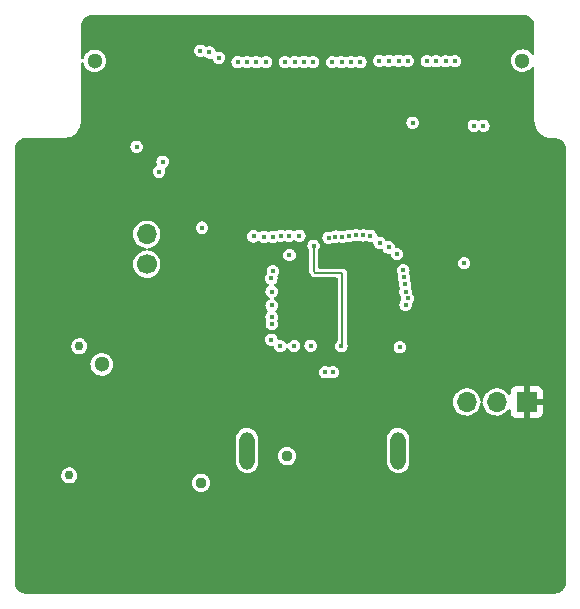
<source format=gbr>
%TF.GenerationSoftware,KiCad,Pcbnew,6.0.7-f9a2dced07~116~ubuntu20.04.1*%
%TF.CreationDate,2022-08-24T05:01:59+07:00*%
%TF.ProjectId,CH569Board,43483536-3942-46f6-9172-642e6b696361,rev?*%
%TF.SameCoordinates,Original*%
%TF.FileFunction,Copper,L2,Inr*%
%TF.FilePolarity,Positive*%
%FSLAX46Y46*%
G04 Gerber Fmt 4.6, Leading zero omitted, Abs format (unit mm)*
G04 Created by KiCad (PCBNEW 6.0.7-f9a2dced07~116~ubuntu20.04.1) date 2022-08-24 05:01:59*
%MOMM*%
%LPD*%
G01*
G04 APERTURE LIST*
%TA.AperFunction,ComponentPad*%
%ADD10C,1.300000*%
%TD*%
%TA.AperFunction,ComponentPad*%
%ADD11C,1.700000*%
%TD*%
%TA.AperFunction,ComponentPad*%
%ADD12O,1.700000X1.700000*%
%TD*%
%TA.AperFunction,ComponentPad*%
%ADD13R,1.700000X1.700000*%
%TD*%
%TA.AperFunction,ComponentPad*%
%ADD14O,1.300000X3.200000*%
%TD*%
%TA.AperFunction,ViaPad*%
%ADD15C,0.450000*%
%TD*%
%TA.AperFunction,ViaPad*%
%ADD16C,0.950000*%
%TD*%
%TA.AperFunction,ViaPad*%
%ADD17C,0.750000*%
%TD*%
%TA.AperFunction,ViaPad*%
%ADD18C,0.650000*%
%TD*%
%TA.AperFunction,ViaPad*%
%ADD19C,1.300000*%
%TD*%
%TA.AperFunction,Conductor*%
%ADD20C,0.150000*%
%TD*%
G04 APERTURE END LIST*
D10*
%TO.N,*%
%TO.C,CN1*%
X143710000Y-82390000D03*
X107510000Y-82390000D03*
%TD*%
D11*
%TO.N,/GXO+*%
%TO.C,J1*%
X111912400Y-99623800D03*
D12*
%TO.N,/GXO-*%
X111912400Y-97083800D03*
%TD*%
D13*
%TO.N,GND*%
%TO.C,J2*%
X144075000Y-111275000D03*
D12*
%TO.N,/RXD*%
X141535000Y-111275000D03*
%TO.N,/TXD*%
X138995000Y-111275000D03*
%TD*%
D14*
%TO.N,unconnected-(USB1-Pad10)*%
%TO.C,USB1*%
X120400000Y-115390007D03*
%TO.N,unconnected-(USB1-Pad11)*%
X133200000Y-115390007D03*
%TD*%
D15*
%TO.N,GND*%
X108475000Y-117050000D03*
X109475000Y-116075000D03*
X115725000Y-109450000D03*
X102200000Y-122550000D03*
X104316666Y-122550000D03*
X103258333Y-122550000D03*
X109250000Y-114550000D03*
X109425000Y-117000000D03*
X108850000Y-111287500D03*
X108850000Y-110425000D03*
X108850000Y-112175000D03*
X108850000Y-113900000D03*
X108850000Y-113037500D03*
X112400000Y-112175000D03*
X112400000Y-113037500D03*
X112400000Y-113900000D03*
X109750000Y-110425000D03*
X110575000Y-110425000D03*
X109750000Y-111287500D03*
X111425000Y-111287500D03*
X110575000Y-111287500D03*
X112675000Y-110725000D03*
X111475000Y-109375000D03*
X114400000Y-105950000D03*
X115550000Y-107225000D03*
X115525000Y-106050000D03*
X109750000Y-112150000D03*
X110600000Y-112150000D03*
X111425000Y-112150000D03*
X111425000Y-113012500D03*
X110600000Y-113012500D03*
X109750000Y-113012500D03*
X109750000Y-113875000D03*
X110600000Y-113875000D03*
X111425000Y-113875000D03*
X110260000Y-106460000D03*
X110235000Y-107960000D03*
X115385000Y-112160000D03*
X116250000Y-106825000D03*
X119525000Y-107050000D03*
X119000000Y-107575000D03*
X118350000Y-107675000D03*
X117633332Y-107675000D03*
X116916666Y-107675000D03*
X116200000Y-107675000D03*
X116543750Y-109450000D03*
X117362500Y-109450000D03*
X114385000Y-112910000D03*
X109475000Y-107200000D03*
X116875000Y-112500000D03*
X131750000Y-113130000D03*
X147175000Y-102340216D03*
X103886250Y-127250000D03*
X110750000Y-104575000D03*
X116475000Y-102325000D03*
X105050000Y-114225000D03*
X121250000Y-107750000D03*
X122000000Y-115300000D03*
X126810000Y-82460000D03*
X110860000Y-86890000D03*
X124775000Y-115525000D03*
D16*
X117023147Y-104516260D03*
D15*
X101150000Y-89525000D03*
X114840000Y-98830000D03*
X108400000Y-104200000D03*
X113430000Y-99830000D03*
D17*
X127711200Y-105521000D03*
D15*
X147175000Y-112984780D03*
X143225000Y-78825000D03*
X122525000Y-110000000D03*
X122275000Y-112975000D03*
X126840000Y-112330000D03*
X100950000Y-109578844D03*
X124450000Y-110190000D03*
X127830000Y-116600000D03*
X102950000Y-117900000D03*
X122174000Y-110490000D03*
X146800000Y-89350000D03*
X142075000Y-95050000D03*
X147175000Y-93216304D03*
X114775000Y-97375000D03*
X128100000Y-115750000D03*
X101700000Y-127250000D03*
X147175000Y-120588040D03*
X125010000Y-111560000D03*
X127500000Y-112300000D03*
X122650000Y-111950000D03*
X147175000Y-91695652D03*
X126125000Y-109900000D03*
X100950000Y-125975000D03*
X117875000Y-117425000D03*
X119126000Y-116332000D03*
X100950000Y-116410574D03*
X147175000Y-117546736D03*
X147175000Y-123629344D03*
X100950000Y-94549038D03*
X109350000Y-103300000D03*
D17*
X127711200Y-104454200D03*
D15*
X107300000Y-106825000D03*
X138866250Y-127250000D03*
X122530000Y-111440000D03*
X100950000Y-108212498D03*
X111610000Y-86845000D03*
X147175000Y-119067388D03*
X106525000Y-88325000D03*
X100950000Y-113677882D03*
D17*
X123444000Y-103362000D03*
D15*
X109725000Y-105500000D03*
X144650000Y-88300000D03*
X130820000Y-82450000D03*
X125130000Y-111030000D03*
X141052500Y-127250000D03*
X112200000Y-125075000D03*
X109540000Y-82520000D03*
X147175000Y-96257608D03*
X117400000Y-116975000D03*
X122550000Y-110800000D03*
X137730000Y-106800000D03*
X119925000Y-109000000D03*
X147175000Y-103860868D03*
X110250000Y-102325000D03*
X106875000Y-113650000D03*
D16*
X129780000Y-115940000D03*
D15*
X113625000Y-100675000D03*
X105375000Y-122550000D03*
D17*
X124510800Y-102295200D03*
D15*
X113610000Y-102370000D03*
X115150000Y-125175000D03*
X107550000Y-105100000D03*
X147175000Y-97778260D03*
D17*
X126644400Y-102320600D03*
D15*
X108450000Y-122575000D03*
X120550000Y-108350000D03*
X112350000Y-103000000D03*
X120625000Y-112000000D03*
X103300000Y-116200000D03*
X117340000Y-115490000D03*
X124540000Y-112540000D03*
X110850000Y-95670000D03*
X100950000Y-124608650D03*
X125900000Y-112900000D03*
X102320000Y-90180000D03*
X121230000Y-108760000D03*
X117000000Y-105300000D03*
X141250000Y-82325000D03*
X142275000Y-78825000D03*
X102025000Y-89250000D03*
X142725000Y-81550000D03*
X128700000Y-112900000D03*
X109100000Y-78825000D03*
X144450000Y-85541664D03*
X108258750Y-127250000D03*
X110280000Y-97500000D03*
X103425000Y-117825000D03*
D17*
X110550000Y-126450000D03*
D15*
X121100000Y-117300000D03*
X141125000Y-90100000D03*
X103300000Y-117300000D03*
X122000000Y-114200000D03*
X147175000Y-116026084D03*
X106950000Y-110650000D03*
X128950000Y-110725000D03*
X100950000Y-102747114D03*
X125680000Y-111620000D03*
X123910000Y-118990000D03*
X102500000Y-118650000D03*
X142150000Y-92575000D03*
X113600000Y-97090000D03*
X145425000Y-127250000D03*
X141250000Y-87900000D03*
X104475000Y-104950000D03*
X127935000Y-127250000D03*
X120800000Y-109225000D03*
X100950000Y-93182692D03*
X147175000Y-100819564D03*
X135330000Y-110590000D03*
X125510000Y-119030000D03*
X128300000Y-110725000D03*
X130475000Y-111650000D03*
X110170000Y-89720000D03*
X125040000Y-112170000D03*
X117350000Y-114750000D03*
X116500000Y-103050000D03*
X147175000Y-94736956D03*
X114625000Y-105250000D03*
X121600000Y-111000000D03*
D17*
X124510800Y-104428800D03*
D15*
X119625000Y-113000000D03*
X128250000Y-112300000D03*
D17*
X123444000Y-104428800D03*
D15*
X103225000Y-120325000D03*
X141250000Y-95760000D03*
X119120000Y-118950000D03*
X117003750Y-127250000D03*
X121158000Y-111506000D03*
X111025000Y-101525000D03*
X111125000Y-92575000D03*
X141170000Y-97970000D03*
D17*
X123444000Y-105495600D03*
D15*
X110410000Y-100020000D03*
X114800000Y-81680000D03*
X100950000Y-104113460D03*
X109000000Y-115450000D03*
X122936000Y-109474000D03*
D17*
X125577600Y-105495600D03*
D15*
X113800000Y-104530000D03*
X128900000Y-112300000D03*
X107797600Y-87934800D03*
X141200000Y-100760000D03*
X127860000Y-117430000D03*
X106525000Y-87212500D03*
X105800000Y-89025000D03*
X141140000Y-88930000D03*
X123562500Y-127250000D03*
X144500000Y-80075000D03*
X105175000Y-113700000D03*
X144450000Y-81291666D03*
X104425000Y-118125000D03*
X131075000Y-112850000D03*
X119100000Y-114175000D03*
X141140000Y-101970000D03*
X125730000Y-115570000D03*
X100950000Y-106846152D03*
X127000000Y-110730000D03*
X117650000Y-112425000D03*
D17*
X123444000Y-102295200D03*
D15*
X106525000Y-83875000D03*
X126610000Y-118900000D03*
D17*
X107750000Y-112200000D03*
D15*
X126200000Y-112200000D03*
X117175000Y-98175000D03*
X131575000Y-97100000D03*
X127250000Y-92975000D03*
X113625000Y-115475000D03*
X123800000Y-117200000D03*
X102500000Y-118150000D03*
X106072500Y-127250000D03*
X106525000Y-80537500D03*
X131860000Y-114030000D03*
X129600000Y-110825000D03*
X113485000Y-112185000D03*
X121376250Y-127250000D03*
X145575000Y-89100000D03*
D17*
X125848191Y-94020630D03*
D15*
X119126000Y-113538000D03*
X119075000Y-115550000D03*
X119000000Y-109450000D03*
X106500000Y-83125000D03*
X101300000Y-118475000D03*
X117350000Y-116300000D03*
X102000000Y-118800000D03*
X100950000Y-112311536D03*
X143125000Y-83575000D03*
X104375000Y-115075000D03*
X138890000Y-105660000D03*
X130940000Y-110520000D03*
X100950000Y-110945190D03*
X138810000Y-82390000D03*
X141140000Y-99280000D03*
X141125000Y-91025000D03*
X102000000Y-118175000D03*
X131820000Y-114890000D03*
X147175000Y-105381520D03*
X141250000Y-96850000D03*
X127900000Y-112900000D03*
X144450000Y-86958330D03*
D17*
X113700000Y-126450000D03*
D15*
X139975000Y-82375000D03*
D17*
X124510800Y-101203000D03*
D15*
X127700000Y-110730000D03*
X110920000Y-98350000D03*
X125740000Y-109430000D03*
X100950000Y-123242304D03*
X120142000Y-112522000D03*
X116190000Y-116320000D03*
X125984000Y-116332000D03*
D17*
X102300000Y-111500000D03*
D15*
X100950000Y-119143266D03*
X107670000Y-84820000D03*
X147175000Y-90175000D03*
X115300000Y-100400000D03*
X108725000Y-81825000D03*
X111610000Y-82500000D03*
X144175000Y-79025000D03*
X104825000Y-114700000D03*
X106850000Y-114175000D03*
X129413000Y-99568000D03*
D18*
X126800000Y-113060000D03*
D15*
X108125000Y-78825000D03*
X119126000Y-114808000D03*
X147175000Y-106902172D03*
X118175000Y-98250000D03*
X110310000Y-96400000D03*
X132775000Y-100175000D03*
D17*
X103200000Y-118550000D03*
D15*
X147175000Y-122108692D03*
X144525000Y-83325000D03*
X108700000Y-83000000D03*
D17*
X124510800Y-103362000D03*
D15*
X142160000Y-93700000D03*
X115230000Y-102510000D03*
D17*
X125577600Y-103362000D03*
D15*
X142500000Y-82575000D03*
X100950000Y-97281730D03*
X122810000Y-82450000D03*
X116130000Y-104360000D03*
X133720000Y-110600000D03*
X106525000Y-79425000D03*
X128840000Y-115660000D03*
X126600000Y-110275000D03*
X122280000Y-118960000D03*
X108950000Y-106125000D03*
X132440000Y-112320000D03*
X124625000Y-96100000D03*
D17*
X126644400Y-103387400D03*
D15*
X110445000Y-127250000D03*
X130121250Y-127250000D03*
X141140000Y-103470000D03*
X141280000Y-91930000D03*
X147175000Y-99298912D03*
X100950000Y-101380768D03*
X136680000Y-127250000D03*
X107150000Y-78825000D03*
X100950000Y-117776920D03*
X123025000Y-110050000D03*
X117300000Y-113200000D03*
D17*
X125577600Y-102295200D03*
D15*
X109075000Y-125075000D03*
X106525000Y-84987500D03*
X120760000Y-118930000D03*
X144450000Y-84124998D03*
X119075000Y-111150000D03*
X112910000Y-95740000D03*
X100950000Y-98648076D03*
X112850000Y-102475000D03*
X112800000Y-100750000D03*
X130720000Y-115740000D03*
X119190000Y-127250000D03*
X114817500Y-127250000D03*
X103400000Y-115650000D03*
X147175000Y-114505432D03*
D17*
X123444000Y-101203000D03*
D15*
X125090000Y-112950000D03*
X110890000Y-100660000D03*
X147175000Y-111464128D03*
X107700000Y-116800000D03*
X103900000Y-115400000D03*
X110370000Y-99180000D03*
X100950000Y-105479806D03*
X132290000Y-110550000D03*
X141260000Y-87030000D03*
X102450000Y-96900000D03*
X106525000Y-81650000D03*
X100950000Y-90450000D03*
X119770000Y-110330000D03*
X118375000Y-111850000D03*
X107700000Y-83650000D03*
X103350000Y-116800000D03*
X110150000Y-105100000D03*
X100950000Y-121875958D03*
X100950000Y-120509612D03*
X115325000Y-114000000D03*
X136270000Y-108206000D03*
X143040000Y-84800000D03*
D17*
X125577600Y-104428800D03*
D15*
X143040000Y-80040000D03*
X130075000Y-111175000D03*
D17*
X107690000Y-113960000D03*
D15*
X103850000Y-118275000D03*
X111650000Y-103775000D03*
X132307500Y-127250000D03*
X100950000Y-115044228D03*
D17*
X126644400Y-105521000D03*
D15*
X143500000Y-81075000D03*
X103150000Y-89250000D03*
X120350000Y-109640000D03*
X113840000Y-97750000D03*
X102270000Y-93470000D03*
D17*
X127711200Y-103387400D03*
D15*
X113360000Y-96370000D03*
X121080000Y-98060000D03*
X122700000Y-115600000D03*
X147175000Y-125150000D03*
X131660000Y-115620000D03*
X114500000Y-96075000D03*
X100950000Y-95915384D03*
X125748750Y-127250000D03*
X112631250Y-127250000D03*
X134810000Y-82380000D03*
X104275000Y-89250000D03*
X107850000Y-81125000D03*
X140080000Y-104650000D03*
D17*
X124510800Y-105495600D03*
D15*
X105350000Y-113175000D03*
X117300000Y-99050000D03*
X123025000Y-112575000D03*
X147175000Y-108422824D03*
X112000000Y-95520000D03*
X112830000Y-94560000D03*
X107610000Y-79950000D03*
X146975000Y-126950000D03*
X147175000Y-109943476D03*
X113650000Y-103540000D03*
X112425000Y-116925000D03*
X115370000Y-103530000D03*
X117350000Y-113980000D03*
X118400000Y-99100000D03*
X143238750Y-127250000D03*
D17*
X106850000Y-123850000D03*
D15*
X134493750Y-127250000D03*
X130675000Y-112300000D03*
D17*
X126644400Y-101228400D03*
D15*
X125200000Y-117200000D03*
X115970000Y-86880000D03*
D17*
X126644400Y-104454200D03*
D15*
X100950000Y-100014422D03*
X118810000Y-82490000D03*
D17*
X125577600Y-101203000D03*
X127711200Y-102320600D03*
D15*
X106525000Y-86100000D03*
X127925000Y-94250000D03*
X118181250Y-109450000D03*
D17*
X127711200Y-101228400D03*
D15*
X100950000Y-91816346D03*
X127290000Y-118140000D03*
%TO.N,+3V3*%
X126034800Y-98044000D03*
X122490000Y-103110000D03*
X128380000Y-106550000D03*
D19*
X108100000Y-108100000D03*
D15*
X123200000Y-106550000D03*
X122450000Y-106000000D03*
X122480000Y-104080000D03*
%TO.N,+1V2*%
X122500000Y-104680000D03*
X125790000Y-106510000D03*
X124390000Y-106540000D03*
%TO.N,/SCLK*%
X116586000Y-96520000D03*
X116459000Y-81534000D03*
%TO.N,/CS*%
X111048800Y-89662000D03*
X122490000Y-101930000D03*
%TO.N,/HD2*%
X122460000Y-100810000D03*
X134420000Y-87640000D03*
%TO.N,/HD18*%
X132400000Y-82400000D03*
X131622800Y-97790000D03*
%TO.N,/HD17*%
X133225000Y-82400000D03*
X132384800Y-98196400D03*
%TO.N,/HD16*%
X133096000Y-98755200D03*
X134000000Y-82400000D03*
%TO.N,/HD15*%
X133637768Y-100128917D03*
X135625000Y-82425000D03*
%TO.N,/HD14*%
X133678099Y-100731164D03*
X136425000Y-82425000D03*
%TO.N,/HD13*%
X137225000Y-82425000D03*
X133775000Y-101325000D03*
%TO.N,/HD12*%
X138000000Y-82425000D03*
X133817712Y-101951384D03*
%TO.N,/HD11*%
X139598400Y-87884000D03*
X133993549Y-102500416D03*
%TO.N,/HD10*%
X140411200Y-87884000D03*
X133822478Y-103050952D03*
%TO.N,/HTRDY*%
X133340000Y-106640000D03*
X138770000Y-99520000D03*
%TO.N,/HD19*%
X131600000Y-82400000D03*
X130850000Y-97200000D03*
%TO.N,/HD20*%
X130250000Y-97175000D03*
X130000000Y-82500000D03*
%TO.N,/HD21*%
X129604047Y-97152549D03*
X129200000Y-82500000D03*
%TO.N,/HD23*%
X128462025Y-97301824D03*
X127600000Y-82500000D03*
%TO.N,/HD25*%
X125225000Y-82475000D03*
X127317823Y-97370467D03*
%TO.N,/HD27*%
X123950000Y-97200000D03*
X123600000Y-82500000D03*
%TO.N,/HD28*%
X123250000Y-97210000D03*
X122025000Y-82500000D03*
%TO.N,/LED1*%
X123991255Y-98830218D03*
X118010000Y-82120000D03*
X113260000Y-90930000D03*
%TO.N,/HD29*%
X122580000Y-97280000D03*
X121200000Y-82500000D03*
%TO.N,/LED2*%
X117220000Y-81690000D03*
X112945711Y-91770711D03*
X122580000Y-100220000D03*
%TO.N,/HD30*%
X121825000Y-97300000D03*
X120400000Y-82500000D03*
%TO.N,/HD31*%
X120950000Y-97250000D03*
X119600000Y-82500000D03*
%TO.N,/TXD*%
X127029324Y-108749973D03*
%TO.N,/RXD*%
X127680000Y-108760000D03*
D16*
%TO.N,/VBUS*%
X116500000Y-118120000D03*
X123780000Y-115870000D03*
D15*
%TO.N,/HD22*%
X129029532Y-97200378D03*
X128400000Y-82500000D03*
%TO.N,/HD24*%
X126000000Y-82500000D03*
X127886195Y-97273983D03*
%TO.N,/HD26*%
X124425000Y-82500000D03*
X124825000Y-97200000D03*
D17*
%TO.N,Net-(R6-Pad1)*%
X105350000Y-117500000D03*
X106200000Y-106550000D03*
%TD*%
D20*
%TO.N,+3V3*%
X126034800Y-98044000D02*
X126034800Y-100214800D01*
X128470000Y-100360000D02*
X128470000Y-106460000D01*
X126180000Y-100360000D02*
X128470000Y-100360000D01*
X128470000Y-106460000D02*
X128380000Y-106550000D01*
X126034800Y-100214800D02*
X126180000Y-100360000D01*
%TD*%
%TA.AperFunction,Conductor*%
%TO.N,GND*%
G36*
X143812747Y-78519693D02*
G01*
X143816362Y-78520330D01*
X143817326Y-78520500D01*
X143828187Y-78522415D01*
X143839044Y-78520500D01*
X143849634Y-78520500D01*
X143861965Y-78521105D01*
X143991335Y-78533845D01*
X144015543Y-78538660D01*
X144160551Y-78582646D01*
X144183361Y-78592094D01*
X144316993Y-78663519D01*
X144337529Y-78677241D01*
X144454656Y-78773362D01*
X144472116Y-78790821D01*
X144568243Y-78907948D01*
X144581966Y-78928485D01*
X144653392Y-79062109D01*
X144662845Y-79084928D01*
X144670911Y-79111516D01*
X144706833Y-79229928D01*
X144711651Y-79254148D01*
X144724354Y-79383101D01*
X144724961Y-79395450D01*
X144724961Y-79406427D01*
X144723047Y-79417284D01*
X144724962Y-79428142D01*
X144725768Y-79432714D01*
X144727683Y-79454596D01*
X144727683Y-81780003D01*
X144707681Y-81848124D01*
X144654025Y-81894617D01*
X144583751Y-81904721D01*
X144519171Y-81875227D01*
X144504040Y-81859639D01*
X144391605Y-81721780D01*
X144391602Y-81721777D01*
X144387710Y-81717005D01*
X144382056Y-81712327D01*
X144315898Y-81657596D01*
X144244085Y-81598187D01*
X144080116Y-81509529D01*
X143991083Y-81481969D01*
X143907936Y-81456231D01*
X143907933Y-81456230D01*
X143902049Y-81454409D01*
X143895924Y-81453765D01*
X143895923Y-81453765D01*
X143722796Y-81435568D01*
X143722795Y-81435568D01*
X143716668Y-81434924D01*
X143638549Y-81442033D01*
X143537171Y-81451259D01*
X143537168Y-81451260D01*
X143531032Y-81451818D01*
X143525122Y-81453557D01*
X143525119Y-81453558D01*
X143358129Y-81502707D01*
X143352214Y-81504448D01*
X143187023Y-81590807D01*
X143041752Y-81707608D01*
X142921935Y-81850401D01*
X142918971Y-81855793D01*
X142918968Y-81855797D01*
X142860611Y-81961948D01*
X142832135Y-82013746D01*
X142830274Y-82019613D01*
X142830273Y-82019615D01*
X142777634Y-82185554D01*
X142775772Y-82191424D01*
X142754994Y-82376665D01*
X142755510Y-82382809D01*
X142767786Y-82528994D01*
X142770592Y-82562414D01*
X142772291Y-82568339D01*
X142800013Y-82665017D01*
X142821971Y-82741595D01*
X142824790Y-82747080D01*
X142891152Y-82876205D01*
X142907176Y-82907385D01*
X143022959Y-83053468D01*
X143164912Y-83174279D01*
X143327627Y-83265217D01*
X143504907Y-83322819D01*
X143689998Y-83344890D01*
X143696133Y-83344418D01*
X143696135Y-83344418D01*
X143869710Y-83331062D01*
X143869715Y-83331061D01*
X143875851Y-83330589D01*
X143881781Y-83328933D01*
X143881783Y-83328933D01*
X144049459Y-83282117D01*
X144049458Y-83282117D01*
X144055387Y-83280462D01*
X144221768Y-83196417D01*
X144246255Y-83177286D01*
X144363794Y-83085454D01*
X144363795Y-83085453D01*
X144368655Y-83081656D01*
X144490454Y-82940550D01*
X144493498Y-82935192D01*
X144497048Y-82930159D01*
X144498655Y-82931293D01*
X144543166Y-82888254D01*
X144612784Y-82874332D01*
X144678878Y-82900258D01*
X144720463Y-82957801D01*
X144727683Y-82999842D01*
X144727683Y-87406077D01*
X144725769Y-87427957D01*
X144723047Y-87443394D01*
X144724435Y-87451265D01*
X144739183Y-87657481D01*
X144784805Y-87867210D01*
X144786376Y-87871422D01*
X144845080Y-88028814D01*
X144859811Y-88068311D01*
X144861967Y-88072259D01*
X144861969Y-88072264D01*
X144960241Y-88252238D01*
X144962672Y-88256691D01*
X145027203Y-88342895D01*
X145080457Y-88414035D01*
X145091296Y-88428515D01*
X145243064Y-88580286D01*
X145246664Y-88582981D01*
X145246671Y-88582987D01*
X145367643Y-88673546D01*
X145414886Y-88708913D01*
X145603264Y-88811778D01*
X145607476Y-88813349D01*
X145607478Y-88813350D01*
X145800141Y-88885212D01*
X145804364Y-88886787D01*
X145808769Y-88887745D01*
X145808768Y-88887745D01*
X146009692Y-88931456D01*
X146009695Y-88931456D01*
X146014092Y-88932413D01*
X146220517Y-88947180D01*
X146228179Y-88948531D01*
X146243619Y-88945809D01*
X146265495Y-88943895D01*
X146450846Y-88943895D01*
X146472720Y-88945808D01*
X146488167Y-88948531D01*
X146499024Y-88946616D01*
X146509606Y-88946616D01*
X146521957Y-88947222D01*
X146651307Y-88959957D01*
X146675531Y-88964775D01*
X146748029Y-88986765D01*
X146820526Y-89008754D01*
X146843348Y-89018206D01*
X146976984Y-89089632D01*
X146997510Y-89103347D01*
X147114643Y-89199471D01*
X147132102Y-89216929D01*
X147228230Y-89334057D01*
X147241953Y-89354594D01*
X147313380Y-89488220D01*
X147322832Y-89511037D01*
X147366819Y-89656039D01*
X147371637Y-89680260D01*
X147384331Y-89809142D01*
X147383873Y-89821515D01*
X147384934Y-89821515D01*
X147384934Y-89832542D01*
X147383020Y-89843396D01*
X147384934Y-89854251D01*
X147385742Y-89858833D01*
X147387656Y-89880713D01*
X147387656Y-126528619D01*
X147385741Y-126550504D01*
X147383020Y-126565932D01*
X147384933Y-126576786D01*
X147384933Y-126587812D01*
X147384137Y-126587812D01*
X147384672Y-126600029D01*
X147377980Y-126676492D01*
X147374362Y-126717821D01*
X147370548Y-126739449D01*
X147333933Y-126876082D01*
X147326420Y-126896720D01*
X147296531Y-126960813D01*
X147277965Y-127000626D01*
X147266642Y-127024906D01*
X147255660Y-127043926D01*
X147174523Y-127159795D01*
X147160405Y-127176620D01*
X147060385Y-127276635D01*
X147043564Y-127290749D01*
X146927687Y-127371884D01*
X146908676Y-127382859D01*
X146780471Y-127442639D01*
X146759838Y-127450148D01*
X146691524Y-127468451D01*
X146623213Y-127486754D01*
X146601585Y-127490568D01*
X146556582Y-127494505D01*
X146483571Y-127500892D01*
X146471568Y-127500366D01*
X146471568Y-127501190D01*
X146460546Y-127501190D01*
X146449690Y-127499276D01*
X146434250Y-127501998D01*
X146412374Y-127503912D01*
X101704558Y-127503912D01*
X101682683Y-127501999D01*
X101667237Y-127499276D01*
X101656380Y-127501191D01*
X101645361Y-127501191D01*
X101645361Y-127500397D01*
X101633141Y-127500930D01*
X101515335Y-127490628D01*
X101493705Y-127486815D01*
X101357061Y-127450207D01*
X101336425Y-127442697D01*
X101208216Y-127382918D01*
X101189197Y-127371938D01*
X101073314Y-127290803D01*
X101056488Y-127276686D01*
X100956459Y-127176664D01*
X100942340Y-127159839D01*
X100861198Y-127043965D01*
X100850216Y-127024945D01*
X100790427Y-126896739D01*
X100782915Y-126876101D01*
X100746298Y-126739466D01*
X100742483Y-126717836D01*
X100732203Y-126600378D01*
X100732751Y-126587810D01*
X100732003Y-126587810D01*
X100732003Y-126576787D01*
X100733916Y-126565932D01*
X100731195Y-126550504D01*
X100729280Y-126528619D01*
X100729280Y-117492874D01*
X104669576Y-117492874D01*
X104678547Y-117574129D01*
X104685955Y-117641226D01*
X104687518Y-117655384D01*
X104690127Y-117662515D01*
X104690128Y-117662517D01*
X104730561Y-117773004D01*
X104743705Y-117808923D01*
X104747941Y-117815226D01*
X104747941Y-117815227D01*
X104830660Y-117938327D01*
X104830663Y-117938330D01*
X104834894Y-117944627D01*
X104955822Y-118054663D01*
X104984410Y-118070185D01*
X105092829Y-118129052D01*
X105092831Y-118129053D01*
X105099506Y-118132677D01*
X105106855Y-118134605D01*
X105250301Y-118172237D01*
X105250303Y-118172237D01*
X105257651Y-118174165D01*
X105340932Y-118175473D01*
X105413529Y-118176614D01*
X105413532Y-118176614D01*
X105421128Y-118176733D01*
X105428533Y-118175037D01*
X105428534Y-118175037D01*
X105573097Y-118141928D01*
X105580498Y-118140233D01*
X105642390Y-118109104D01*
X115719669Y-118109104D01*
X115736647Y-118282256D01*
X115791564Y-118447343D01*
X115795211Y-118453365D01*
X115795212Y-118453367D01*
X115812907Y-118482584D01*
X115881692Y-118596162D01*
X116002550Y-118721314D01*
X116148132Y-118816580D01*
X116211355Y-118840093D01*
X116304600Y-118874771D01*
X116304602Y-118874772D01*
X116311202Y-118877226D01*
X116318180Y-118878157D01*
X116318184Y-118878158D01*
X116386420Y-118887262D01*
X116483656Y-118900236D01*
X116490667Y-118899598D01*
X116490671Y-118899598D01*
X116627507Y-118887144D01*
X116656923Y-118884467D01*
X116663623Y-118882290D01*
X116663628Y-118882289D01*
X116815691Y-118832881D01*
X116815694Y-118832880D01*
X116822390Y-118830704D01*
X116971833Y-118741618D01*
X117097826Y-118621636D01*
X117111387Y-118601226D01*
X117190212Y-118482584D01*
X117194107Y-118476722D01*
X117255889Y-118314079D01*
X117280103Y-118141790D01*
X117280407Y-118120000D01*
X117261013Y-117947102D01*
X117203796Y-117782797D01*
X117111600Y-117635252D01*
X117098274Y-117621832D01*
X117052057Y-117575292D01*
X116989006Y-117511799D01*
X116978342Y-117505031D01*
X116932076Y-117475670D01*
X116842108Y-117418575D01*
X116740015Y-117382221D01*
X116684841Y-117362574D01*
X116684839Y-117362573D01*
X116678207Y-117360212D01*
X116671221Y-117359379D01*
X116671217Y-117359378D01*
X116548107Y-117344699D01*
X116505448Y-117339612D01*
X116498445Y-117340348D01*
X116498444Y-117340348D01*
X116452109Y-117345218D01*
X116332419Y-117357798D01*
X116325753Y-117360067D01*
X116325750Y-117360068D01*
X116174386Y-117411597D01*
X116174383Y-117411598D01*
X116167719Y-117413867D01*
X116019533Y-117505031D01*
X115895228Y-117626760D01*
X115800980Y-117773004D01*
X115798569Y-117779627D01*
X115798568Y-117779630D01*
X115743885Y-117929870D01*
X115743884Y-117929875D01*
X115741475Y-117936493D01*
X115719669Y-118109104D01*
X105642390Y-118109104D01*
X105726561Y-118066770D01*
X105850885Y-117960588D01*
X105855547Y-117954101D01*
X105941861Y-117833983D01*
X105941862Y-117833982D01*
X105946293Y-117827815D01*
X106007275Y-117676116D01*
X106030312Y-117514250D01*
X106030461Y-117500000D01*
X106028688Y-117485343D01*
X106021065Y-117422354D01*
X106010819Y-117337687D01*
X105953027Y-117184745D01*
X105892695Y-117096962D01*
X105864723Y-117056262D01*
X105864722Y-117056261D01*
X105860421Y-117050003D01*
X105840083Y-117031882D01*
X105744019Y-116946293D01*
X105738348Y-116941240D01*
X105731638Y-116937687D01*
X105600566Y-116868288D01*
X105600564Y-116868287D01*
X105593855Y-116864735D01*
X105542785Y-116851907D01*
X105442655Y-116826756D01*
X105442651Y-116826756D01*
X105435284Y-116824905D01*
X105427685Y-116824865D01*
X105427683Y-116824865D01*
X105359653Y-116824509D01*
X105271790Y-116824049D01*
X105264410Y-116825821D01*
X105264408Y-116825821D01*
X105120189Y-116860444D01*
X105120185Y-116860445D01*
X105112810Y-116862216D01*
X104967524Y-116937204D01*
X104961802Y-116942196D01*
X104961800Y-116942197D01*
X104850044Y-117039688D01*
X104850041Y-117039691D01*
X104844319Y-117044683D01*
X104750307Y-117178448D01*
X104690917Y-117330776D01*
X104689926Y-117338303D01*
X104679492Y-117417558D01*
X104669576Y-117492874D01*
X100729280Y-117492874D01*
X100729280Y-116388266D01*
X119449500Y-116388266D01*
X119464112Y-116532117D01*
X119521856Y-116716380D01*
X119615472Y-116885268D01*
X119741136Y-117031882D01*
X119746178Y-117035793D01*
X119746179Y-117035794D01*
X119888665Y-117146318D01*
X119888668Y-117146320D01*
X119893714Y-117150234D01*
X120066974Y-117235488D01*
X120073144Y-117237095D01*
X120073149Y-117237097D01*
X120247655Y-117282552D01*
X120247658Y-117282552D01*
X120253837Y-117284162D01*
X120337203Y-117288531D01*
X120440290Y-117293934D01*
X120440294Y-117293934D01*
X120446671Y-117294268D01*
X120637599Y-117265393D01*
X120643595Y-117263187D01*
X120812832Y-117200921D01*
X120812836Y-117200919D01*
X120818821Y-117198717D01*
X120982934Y-117096962D01*
X121123235Y-116964286D01*
X121195946Y-116860444D01*
X121230327Y-116811342D01*
X121230328Y-116811341D01*
X121233991Y-116806109D01*
X121310680Y-116628892D01*
X121329625Y-116538208D01*
X121349177Y-116444619D01*
X121349177Y-116444615D01*
X121350168Y-116439874D01*
X121350500Y-116433539D01*
X121350500Y-115859104D01*
X122999669Y-115859104D01*
X123016647Y-116032256D01*
X123071564Y-116197343D01*
X123075211Y-116203365D01*
X123075212Y-116203367D01*
X123092907Y-116232584D01*
X123161692Y-116346162D01*
X123282550Y-116471314D01*
X123428132Y-116566580D01*
X123491355Y-116590093D01*
X123584600Y-116624771D01*
X123584602Y-116624772D01*
X123591202Y-116627226D01*
X123598180Y-116628157D01*
X123598184Y-116628158D01*
X123666420Y-116637262D01*
X123763656Y-116650236D01*
X123770667Y-116649598D01*
X123770671Y-116649598D01*
X123907507Y-116637144D01*
X123936923Y-116634467D01*
X123943623Y-116632290D01*
X123943628Y-116632289D01*
X124095691Y-116582881D01*
X124095694Y-116582880D01*
X124102390Y-116580704D01*
X124251833Y-116491618D01*
X124360363Y-116388266D01*
X132249500Y-116388266D01*
X132264112Y-116532117D01*
X132321856Y-116716380D01*
X132415472Y-116885268D01*
X132541136Y-117031882D01*
X132546178Y-117035793D01*
X132546179Y-117035794D01*
X132688665Y-117146318D01*
X132688668Y-117146320D01*
X132693714Y-117150234D01*
X132866974Y-117235488D01*
X132873144Y-117237095D01*
X132873149Y-117237097D01*
X133047655Y-117282552D01*
X133047658Y-117282552D01*
X133053837Y-117284162D01*
X133137203Y-117288531D01*
X133240290Y-117293934D01*
X133240294Y-117293934D01*
X133246671Y-117294268D01*
X133437599Y-117265393D01*
X133443595Y-117263187D01*
X133612832Y-117200921D01*
X133612836Y-117200919D01*
X133618821Y-117198717D01*
X133782934Y-117096962D01*
X133923235Y-116964286D01*
X133995946Y-116860444D01*
X134030327Y-116811342D01*
X134030328Y-116811341D01*
X134033991Y-116806109D01*
X134110680Y-116628892D01*
X134129625Y-116538208D01*
X134149177Y-116444619D01*
X134149177Y-116444615D01*
X134150168Y-116439874D01*
X134150500Y-116433539D01*
X134150500Y-114391748D01*
X134135888Y-114247897D01*
X134078144Y-114063634D01*
X133984528Y-113894746D01*
X133858864Y-113748132D01*
X133770627Y-113679688D01*
X133711335Y-113633696D01*
X133711332Y-113633694D01*
X133706286Y-113629780D01*
X133533026Y-113544526D01*
X133526856Y-113542919D01*
X133526851Y-113542917D01*
X133352345Y-113497462D01*
X133352342Y-113497462D01*
X133346163Y-113495852D01*
X133262797Y-113491483D01*
X133159710Y-113486080D01*
X133159706Y-113486080D01*
X133153329Y-113485746D01*
X132962401Y-113514621D01*
X132956406Y-113516827D01*
X132956405Y-113516827D01*
X132787168Y-113579093D01*
X132787164Y-113579095D01*
X132781179Y-113581297D01*
X132617066Y-113683052D01*
X132476765Y-113815728D01*
X132366009Y-113973905D01*
X132289320Y-114151122D01*
X132288015Y-114157369D01*
X132269103Y-114247897D01*
X132249832Y-114340140D01*
X132249500Y-114346475D01*
X132249500Y-116388266D01*
X124360363Y-116388266D01*
X124377826Y-116371636D01*
X124391387Y-116351226D01*
X124470212Y-116232584D01*
X124474107Y-116226722D01*
X124535889Y-116064079D01*
X124560103Y-115891790D01*
X124560407Y-115870000D01*
X124541013Y-115697102D01*
X124483796Y-115532797D01*
X124391600Y-115385252D01*
X124378274Y-115371832D01*
X124273968Y-115266796D01*
X124269006Y-115261799D01*
X124258342Y-115255031D01*
X124212076Y-115225670D01*
X124122108Y-115168575D01*
X124020015Y-115132221D01*
X123964841Y-115112574D01*
X123964839Y-115112573D01*
X123958207Y-115110212D01*
X123951221Y-115109379D01*
X123951217Y-115109378D01*
X123828107Y-115094699D01*
X123785448Y-115089612D01*
X123778445Y-115090348D01*
X123778444Y-115090348D01*
X123732109Y-115095218D01*
X123612419Y-115107798D01*
X123605753Y-115110067D01*
X123605750Y-115110068D01*
X123454386Y-115161597D01*
X123454383Y-115161598D01*
X123447719Y-115163867D01*
X123299533Y-115255031D01*
X123175228Y-115376760D01*
X123080980Y-115523004D01*
X123078569Y-115529627D01*
X123078568Y-115529630D01*
X123023885Y-115679870D01*
X123023884Y-115679875D01*
X123021475Y-115686493D01*
X122999669Y-115859104D01*
X121350500Y-115859104D01*
X121350500Y-114391748D01*
X121335888Y-114247897D01*
X121278144Y-114063634D01*
X121184528Y-113894746D01*
X121058864Y-113748132D01*
X120970627Y-113679688D01*
X120911335Y-113633696D01*
X120911332Y-113633694D01*
X120906286Y-113629780D01*
X120733026Y-113544526D01*
X120726856Y-113542919D01*
X120726851Y-113542917D01*
X120552345Y-113497462D01*
X120552342Y-113497462D01*
X120546163Y-113495852D01*
X120462797Y-113491483D01*
X120359710Y-113486080D01*
X120359706Y-113486080D01*
X120353329Y-113485746D01*
X120162401Y-113514621D01*
X120156406Y-113516827D01*
X120156405Y-113516827D01*
X119987168Y-113579093D01*
X119987164Y-113579095D01*
X119981179Y-113581297D01*
X119817066Y-113683052D01*
X119676765Y-113815728D01*
X119566009Y-113973905D01*
X119489320Y-114151122D01*
X119488015Y-114157369D01*
X119469103Y-114247897D01*
X119449832Y-114340140D01*
X119449500Y-114346475D01*
X119449500Y-116388266D01*
X100729280Y-116388266D01*
X100729280Y-111244754D01*
X137839967Y-111244754D01*
X137853796Y-111455749D01*
X137855217Y-111461345D01*
X137855218Y-111461350D01*
X137877000Y-111547115D01*
X137905845Y-111660690D01*
X137994369Y-111852714D01*
X138116405Y-112025391D01*
X138267865Y-112172937D01*
X138272661Y-112176142D01*
X138272664Y-112176144D01*
X138372129Y-112242604D01*
X138443677Y-112290411D01*
X138448985Y-112292692D01*
X138448986Y-112292692D01*
X138632650Y-112371600D01*
X138632653Y-112371601D01*
X138637953Y-112373878D01*
X138643582Y-112375152D01*
X138643583Y-112375152D01*
X138838550Y-112419269D01*
X138838553Y-112419269D01*
X138844186Y-112420544D01*
X138849957Y-112420771D01*
X138849959Y-112420771D01*
X138911989Y-112423208D01*
X139055470Y-112428846D01*
X139061179Y-112428018D01*
X139061183Y-112428018D01*
X139259015Y-112399333D01*
X139259019Y-112399332D01*
X139264730Y-112398504D01*
X139369163Y-112363054D01*
X139459483Y-112332395D01*
X139459488Y-112332393D01*
X139464955Y-112330537D01*
X139469998Y-112327713D01*
X139644395Y-112230046D01*
X139644399Y-112230043D01*
X139649442Y-112227219D01*
X139812012Y-112092012D01*
X139947219Y-111929442D01*
X139950043Y-111924399D01*
X139950046Y-111924395D01*
X140047713Y-111749998D01*
X140047714Y-111749996D01*
X140050537Y-111744955D01*
X140052393Y-111739488D01*
X140052395Y-111739483D01*
X140116647Y-111550200D01*
X140118504Y-111544730D01*
X140119333Y-111539015D01*
X140140090Y-111395860D01*
X140169660Y-111331315D01*
X140229432Y-111293003D01*
X140300429Y-111293087D01*
X140360109Y-111331542D01*
X140389525Y-111396158D01*
X140390515Y-111405695D01*
X140393796Y-111455749D01*
X140395217Y-111461345D01*
X140395218Y-111461350D01*
X140417000Y-111547115D01*
X140445845Y-111660690D01*
X140534369Y-111852714D01*
X140656405Y-112025391D01*
X140807865Y-112172937D01*
X140812661Y-112176142D01*
X140812664Y-112176144D01*
X140912129Y-112242604D01*
X140983677Y-112290411D01*
X140988985Y-112292692D01*
X140988986Y-112292692D01*
X141172650Y-112371600D01*
X141172653Y-112371601D01*
X141177953Y-112373878D01*
X141183582Y-112375152D01*
X141183583Y-112375152D01*
X141378550Y-112419269D01*
X141378553Y-112419269D01*
X141384186Y-112420544D01*
X141389957Y-112420771D01*
X141389959Y-112420771D01*
X141451989Y-112423208D01*
X141595470Y-112428846D01*
X141601179Y-112428018D01*
X141601183Y-112428018D01*
X141799015Y-112399333D01*
X141799019Y-112399332D01*
X141804730Y-112398504D01*
X141909163Y-112363054D01*
X141999483Y-112332395D01*
X141999488Y-112332393D01*
X142004955Y-112330537D01*
X142009998Y-112327713D01*
X142184395Y-112230046D01*
X142184399Y-112230043D01*
X142189442Y-112227219D01*
X142352012Y-112092012D01*
X142359855Y-112082581D01*
X142483526Y-111933883D01*
X142483528Y-111933879D01*
X142487219Y-111929442D01*
X142488141Y-111927795D01*
X142542230Y-111883782D01*
X142612783Y-111875857D01*
X142676421Y-111907334D01*
X142712938Y-111968220D01*
X142717001Y-111999960D01*
X142717001Y-112169669D01*
X142717371Y-112176490D01*
X142722895Y-112227352D01*
X142726521Y-112242604D01*
X142771676Y-112363054D01*
X142780214Y-112378649D01*
X142856715Y-112480724D01*
X142869276Y-112493285D01*
X142971351Y-112569786D01*
X142986946Y-112578324D01*
X143107394Y-112623478D01*
X143122649Y-112627105D01*
X143173514Y-112632631D01*
X143180328Y-112633000D01*
X143802885Y-112633000D01*
X143818124Y-112628525D01*
X143819329Y-112627135D01*
X143821000Y-112619452D01*
X143821000Y-112614884D01*
X144329000Y-112614884D01*
X144333475Y-112630123D01*
X144334865Y-112631328D01*
X144342548Y-112632999D01*
X144969669Y-112632999D01*
X144976490Y-112632629D01*
X145027352Y-112627105D01*
X145042604Y-112623479D01*
X145163054Y-112578324D01*
X145178649Y-112569786D01*
X145280724Y-112493285D01*
X145293285Y-112480724D01*
X145369786Y-112378649D01*
X145378324Y-112363054D01*
X145423478Y-112242606D01*
X145427105Y-112227351D01*
X145432631Y-112176486D01*
X145433000Y-112169672D01*
X145433000Y-111547115D01*
X145428525Y-111531876D01*
X145427135Y-111530671D01*
X145419452Y-111529000D01*
X144347115Y-111529000D01*
X144331876Y-111533475D01*
X144330671Y-111534865D01*
X144329000Y-111542548D01*
X144329000Y-112614884D01*
X143821000Y-112614884D01*
X143821000Y-111002885D01*
X144329000Y-111002885D01*
X144333475Y-111018124D01*
X144334865Y-111019329D01*
X144342548Y-111021000D01*
X145414884Y-111021000D01*
X145430123Y-111016525D01*
X145431328Y-111015135D01*
X145432999Y-111007452D01*
X145432999Y-110380331D01*
X145432629Y-110373510D01*
X145427105Y-110322648D01*
X145423479Y-110307396D01*
X145378324Y-110186946D01*
X145369786Y-110171351D01*
X145293285Y-110069276D01*
X145280724Y-110056715D01*
X145178649Y-109980214D01*
X145163054Y-109971676D01*
X145042606Y-109926522D01*
X145027351Y-109922895D01*
X144976486Y-109917369D01*
X144969672Y-109917000D01*
X144347115Y-109917000D01*
X144331876Y-109921475D01*
X144330671Y-109922865D01*
X144329000Y-109930548D01*
X144329000Y-111002885D01*
X143821000Y-111002885D01*
X143821000Y-109935116D01*
X143816525Y-109919877D01*
X143815135Y-109918672D01*
X143807452Y-109917001D01*
X143180331Y-109917001D01*
X143173510Y-109917371D01*
X143122648Y-109922895D01*
X143107396Y-109926521D01*
X142986946Y-109971676D01*
X142971351Y-109980214D01*
X142869276Y-110056715D01*
X142856715Y-110069276D01*
X142780214Y-110171351D01*
X142771676Y-110186946D01*
X142726522Y-110307394D01*
X142722895Y-110322649D01*
X142717369Y-110373514D01*
X142717000Y-110380328D01*
X142717000Y-110555561D01*
X142696998Y-110623682D01*
X142643342Y-110670175D01*
X142573068Y-110680279D01*
X142508488Y-110650785D01*
X142490042Y-110630950D01*
X142397104Y-110506491D01*
X142397103Y-110506490D01*
X142393651Y-110501867D01*
X142262171Y-110380328D01*
X142242622Y-110362257D01*
X142242620Y-110362255D01*
X142238381Y-110358337D01*
X142059554Y-110245505D01*
X141863160Y-110167152D01*
X141857503Y-110166027D01*
X141857497Y-110166025D01*
X141661442Y-110127028D01*
X141661440Y-110127028D01*
X141655775Y-110125901D01*
X141650000Y-110125825D01*
X141649996Y-110125825D01*
X141543976Y-110124437D01*
X141444346Y-110123133D01*
X141438649Y-110124112D01*
X141438648Y-110124112D01*
X141241650Y-110157962D01*
X141241649Y-110157962D01*
X141235953Y-110158941D01*
X141037575Y-110232127D01*
X141032614Y-110235079D01*
X141032613Y-110235079D01*
X140885421Y-110322649D01*
X140855856Y-110340238D01*
X140696881Y-110479655D01*
X140565976Y-110645708D01*
X140563287Y-110650819D01*
X140563285Y-110650822D01*
X140549792Y-110676469D01*
X140467523Y-110832836D01*
X140404820Y-111034773D01*
X140404141Y-111040510D01*
X140390088Y-111159239D01*
X140362217Y-111224537D01*
X140303469Y-111264401D01*
X140232494Y-111266174D01*
X140171828Y-111229295D01*
X140140730Y-111165471D01*
X140139490Y-111155958D01*
X140131610Y-111070197D01*
X140131081Y-111064440D01*
X140118359Y-111019329D01*
X140075255Y-110866496D01*
X140073686Y-110860931D01*
X140062553Y-110838354D01*
X139982719Y-110676469D01*
X139980165Y-110671290D01*
X139853651Y-110501867D01*
X139722171Y-110380328D01*
X139702622Y-110362257D01*
X139702620Y-110362255D01*
X139698381Y-110358337D01*
X139519554Y-110245505D01*
X139323160Y-110167152D01*
X139317503Y-110166027D01*
X139317497Y-110166025D01*
X139121442Y-110127028D01*
X139121440Y-110127028D01*
X139115775Y-110125901D01*
X139110000Y-110125825D01*
X139109996Y-110125825D01*
X139003976Y-110124437D01*
X138904346Y-110123133D01*
X138898649Y-110124112D01*
X138898648Y-110124112D01*
X138701650Y-110157962D01*
X138701649Y-110157962D01*
X138695953Y-110158941D01*
X138497575Y-110232127D01*
X138492614Y-110235079D01*
X138492613Y-110235079D01*
X138345421Y-110322649D01*
X138315856Y-110340238D01*
X138156881Y-110479655D01*
X138025976Y-110645708D01*
X138023287Y-110650819D01*
X138023285Y-110650822D01*
X138009792Y-110676469D01*
X137927523Y-110832836D01*
X137864820Y-111034773D01*
X137839967Y-111244754D01*
X100729280Y-111244754D01*
X100729280Y-108086665D01*
X107144994Y-108086665D01*
X107145510Y-108092809D01*
X107158454Y-108246948D01*
X107160592Y-108272414D01*
X107211971Y-108451595D01*
X107297176Y-108617385D01*
X107412959Y-108763468D01*
X107554912Y-108884279D01*
X107560290Y-108887285D01*
X107560292Y-108887286D01*
X107573714Y-108894787D01*
X107717627Y-108975217D01*
X107894907Y-109032819D01*
X108079998Y-109054890D01*
X108086133Y-109054418D01*
X108086135Y-109054418D01*
X108259710Y-109041062D01*
X108259715Y-109041061D01*
X108265851Y-109040589D01*
X108271781Y-109038933D01*
X108271783Y-109038933D01*
X108439459Y-108992117D01*
X108439458Y-108992117D01*
X108445387Y-108990462D01*
X108611768Y-108906417D01*
X108634069Y-108888994D01*
X108753794Y-108795454D01*
X108753795Y-108795453D01*
X108758655Y-108791656D01*
X108794635Y-108749973D01*
X126499289Y-108749973D01*
X126517350Y-108887156D01*
X126570300Y-109014990D01*
X126600917Y-109054890D01*
X126649504Y-109118211D01*
X126649507Y-109118214D01*
X126654533Y-109124764D01*
X126764306Y-109208997D01*
X126771935Y-109212157D01*
X126884513Y-109258788D01*
X126884517Y-109258789D01*
X126892141Y-109261947D01*
X126900321Y-109263024D01*
X126900325Y-109263025D01*
X127021136Y-109278930D01*
X127029324Y-109280008D01*
X127037512Y-109278930D01*
X127158323Y-109263025D01*
X127158327Y-109263024D01*
X127166507Y-109261947D01*
X127174131Y-109258789D01*
X127174135Y-109258788D01*
X127294342Y-109208997D01*
X127295305Y-109211322D01*
X127351972Y-109197575D01*
X127408757Y-109214247D01*
X127414982Y-109219024D01*
X127422613Y-109222185D01*
X127422615Y-109222186D01*
X127535189Y-109268815D01*
X127535193Y-109268816D01*
X127542817Y-109271974D01*
X127550997Y-109273051D01*
X127551001Y-109273052D01*
X127671812Y-109288957D01*
X127680000Y-109290035D01*
X127688188Y-109288957D01*
X127808999Y-109273052D01*
X127809003Y-109273051D01*
X127817183Y-109271974D01*
X127824807Y-109268816D01*
X127824811Y-109268815D01*
X127937389Y-109222184D01*
X127945018Y-109219024D01*
X127964635Y-109203971D01*
X128048240Y-109139818D01*
X128048241Y-109139817D01*
X128054791Y-109134791D01*
X128059817Y-109128241D01*
X128059820Y-109128238D01*
X128096908Y-109079904D01*
X128139024Y-109025017D01*
X128191974Y-108897183D01*
X128210035Y-108760000D01*
X128191974Y-108622817D01*
X128139024Y-108494983D01*
X128096908Y-108440096D01*
X128059820Y-108391762D01*
X128059817Y-108391759D01*
X128054791Y-108385209D01*
X127945018Y-108300976D01*
X127920810Y-108290949D01*
X127824811Y-108251185D01*
X127824807Y-108251184D01*
X127817183Y-108248026D01*
X127809003Y-108246949D01*
X127808999Y-108246948D01*
X127688188Y-108231043D01*
X127680000Y-108229965D01*
X127542817Y-108248026D01*
X127414983Y-108300976D01*
X127414020Y-108298651D01*
X127357352Y-108312398D01*
X127300567Y-108295726D01*
X127294342Y-108290949D01*
X127286711Y-108287788D01*
X127286709Y-108287787D01*
X127174135Y-108241158D01*
X127174131Y-108241157D01*
X127166507Y-108237999D01*
X127158327Y-108236922D01*
X127158323Y-108236921D01*
X127037512Y-108221016D01*
X127029324Y-108219938D01*
X126892141Y-108237999D01*
X126764307Y-108290949D01*
X126654533Y-108375182D01*
X126570300Y-108484956D01*
X126517350Y-108612790D01*
X126499289Y-108749973D01*
X108794635Y-108749973D01*
X108880454Y-108650550D01*
X108972526Y-108488474D01*
X109031364Y-108311601D01*
X109038996Y-108251187D01*
X109054285Y-108130170D01*
X109054286Y-108130163D01*
X109054727Y-108126668D01*
X109055099Y-108100000D01*
X109036909Y-107914487D01*
X109035128Y-107908588D01*
X109035127Y-107908583D01*
X108984814Y-107741939D01*
X108983033Y-107736040D01*
X108895522Y-107571456D01*
X108891632Y-107566686D01*
X108891629Y-107566682D01*
X108781605Y-107431780D01*
X108781602Y-107431777D01*
X108777710Y-107427005D01*
X108772056Y-107422327D01*
X108638834Y-107312116D01*
X108634085Y-107308187D01*
X108470116Y-107219529D01*
X108357293Y-107184605D01*
X108297936Y-107166231D01*
X108297933Y-107166230D01*
X108292049Y-107164409D01*
X108285924Y-107163765D01*
X108285923Y-107163765D01*
X108112796Y-107145568D01*
X108112795Y-107145568D01*
X108106668Y-107144924D01*
X108029201Y-107151974D01*
X107927171Y-107161259D01*
X107927168Y-107161260D01*
X107921032Y-107161818D01*
X107915122Y-107163557D01*
X107915119Y-107163558D01*
X107748129Y-107212707D01*
X107742214Y-107214448D01*
X107577023Y-107300807D01*
X107431752Y-107417608D01*
X107311935Y-107560401D01*
X107308971Y-107565793D01*
X107308968Y-107565797D01*
X107234256Y-107701699D01*
X107222135Y-107723746D01*
X107165772Y-107901424D01*
X107144994Y-108086665D01*
X100729280Y-108086665D01*
X100729280Y-106542874D01*
X105519576Y-106542874D01*
X105523280Y-106576423D01*
X105535509Y-106687183D01*
X105537518Y-106705384D01*
X105540127Y-106712515D01*
X105540128Y-106712517D01*
X105580036Y-106821570D01*
X105593705Y-106858923D01*
X105597941Y-106865226D01*
X105597941Y-106865227D01*
X105680660Y-106988327D01*
X105680663Y-106988330D01*
X105684894Y-106994627D01*
X105805822Y-107104663D01*
X105834410Y-107120185D01*
X105942829Y-107179052D01*
X105942831Y-107179053D01*
X105949506Y-107182677D01*
X105956855Y-107184605D01*
X106100301Y-107222237D01*
X106100303Y-107222237D01*
X106107651Y-107224165D01*
X106190932Y-107225473D01*
X106263529Y-107226614D01*
X106263532Y-107226614D01*
X106271128Y-107226733D01*
X106278533Y-107225037D01*
X106278534Y-107225037D01*
X106423097Y-107191928D01*
X106430498Y-107190233D01*
X106576561Y-107116770D01*
X106667669Y-107038957D01*
X106695106Y-107015524D01*
X106695107Y-107015523D01*
X106700885Y-107010588D01*
X106705621Y-107003998D01*
X106791861Y-106883983D01*
X106791862Y-106883982D01*
X106796293Y-106877815D01*
X106857275Y-106726116D01*
X106880312Y-106564250D01*
X106880461Y-106550000D01*
X106878688Y-106535343D01*
X106863641Y-106411006D01*
X106860819Y-106387687D01*
X106803027Y-106234745D01*
X106766611Y-106181759D01*
X106714723Y-106106262D01*
X106714722Y-106106261D01*
X106710421Y-106100003D01*
X106700290Y-106090976D01*
X106633696Y-106031644D01*
X106598180Y-106000000D01*
X121919965Y-106000000D01*
X121938026Y-106137183D01*
X121990976Y-106265017D01*
X122018294Y-106300618D01*
X122070180Y-106368238D01*
X122070183Y-106368241D01*
X122075209Y-106374791D01*
X122081759Y-106379817D01*
X122081760Y-106379818D01*
X122124765Y-106412817D01*
X122184982Y-106459024D01*
X122192611Y-106462184D01*
X122305189Y-106508815D01*
X122305193Y-106508816D01*
X122312817Y-106511974D01*
X122320997Y-106513051D01*
X122321001Y-106513052D01*
X122441812Y-106528957D01*
X122450000Y-106530035D01*
X122458188Y-106528957D01*
X122458189Y-106528957D01*
X122538712Y-106518356D01*
X122608860Y-106529295D01*
X122661959Y-106576423D01*
X122680080Y-106626831D01*
X122681814Y-106640000D01*
X122688026Y-106687183D01*
X122740976Y-106815017D01*
X122779504Y-106865227D01*
X122820180Y-106918238D01*
X122820183Y-106918241D01*
X122825209Y-106924791D01*
X122831759Y-106929817D01*
X122831760Y-106929818D01*
X122926068Y-107002184D01*
X122934982Y-107009024D01*
X122942611Y-107012184D01*
X123055189Y-107058815D01*
X123055193Y-107058816D01*
X123062817Y-107061974D01*
X123070997Y-107063051D01*
X123071001Y-107063052D01*
X123191812Y-107078957D01*
X123200000Y-107080035D01*
X123208188Y-107078957D01*
X123328999Y-107063052D01*
X123329003Y-107063051D01*
X123337183Y-107061974D01*
X123344807Y-107058816D01*
X123344811Y-107058815D01*
X123457389Y-107012184D01*
X123465018Y-107009024D01*
X123473932Y-107002184D01*
X123568240Y-106929818D01*
X123568241Y-106929817D01*
X123574791Y-106924791D01*
X123579817Y-106918241D01*
X123579820Y-106918238D01*
X123620496Y-106865227D01*
X123659024Y-106815017D01*
X123680662Y-106762778D01*
X123725210Y-106707497D01*
X123792574Y-106685076D01*
X123861365Y-106702634D01*
X123909743Y-106754596D01*
X123913480Y-106762778D01*
X123930976Y-106805017D01*
X123943678Y-106821570D01*
X124010180Y-106908238D01*
X124010183Y-106908241D01*
X124015209Y-106914791D01*
X124124982Y-106999024D01*
X124132611Y-107002184D01*
X124245189Y-107048815D01*
X124245193Y-107048816D01*
X124252817Y-107051974D01*
X124260997Y-107053051D01*
X124261001Y-107053052D01*
X124381812Y-107068957D01*
X124390000Y-107070035D01*
X124398188Y-107068957D01*
X124518999Y-107053052D01*
X124519003Y-107053051D01*
X124527183Y-107051974D01*
X124534807Y-107048816D01*
X124534811Y-107048815D01*
X124647389Y-107002184D01*
X124655018Y-106999024D01*
X124764791Y-106914791D01*
X124769817Y-106908241D01*
X124769820Y-106908238D01*
X124836322Y-106821570D01*
X124849024Y-106805017D01*
X124901974Y-106677183D01*
X124920035Y-106540000D01*
X124916085Y-106510000D01*
X125259965Y-106510000D01*
X125278026Y-106647183D01*
X125330976Y-106775017D01*
X125361669Y-106815017D01*
X125410180Y-106878238D01*
X125410183Y-106878241D01*
X125415209Y-106884791D01*
X125421759Y-106889817D01*
X125421760Y-106889818D01*
X125454305Y-106914791D01*
X125524982Y-106969024D01*
X125532611Y-106972184D01*
X125645189Y-107018815D01*
X125645193Y-107018816D01*
X125652817Y-107021974D01*
X125660997Y-107023051D01*
X125661001Y-107023052D01*
X125781812Y-107038957D01*
X125790000Y-107040035D01*
X125798188Y-107038957D01*
X125918999Y-107023052D01*
X125919003Y-107023051D01*
X125927183Y-107021974D01*
X125934807Y-107018816D01*
X125934811Y-107018815D01*
X126047389Y-106972184D01*
X126055018Y-106969024D01*
X126125695Y-106914791D01*
X126158240Y-106889818D01*
X126158241Y-106889817D01*
X126164791Y-106884791D01*
X126169817Y-106878241D01*
X126169820Y-106878238D01*
X126218331Y-106815017D01*
X126249024Y-106775017D01*
X126301974Y-106647183D01*
X126320035Y-106510000D01*
X126301974Y-106372817D01*
X126249024Y-106244983D01*
X126200510Y-106181759D01*
X126169820Y-106141762D01*
X126169817Y-106141759D01*
X126164791Y-106135209D01*
X126135429Y-106112678D01*
X126061568Y-106056002D01*
X126055018Y-106050976D01*
X126031380Y-106041185D01*
X125934811Y-106001185D01*
X125934807Y-106001184D01*
X125927183Y-105998026D01*
X125919003Y-105996949D01*
X125918999Y-105996948D01*
X125798188Y-105981043D01*
X125790000Y-105979965D01*
X125652817Y-105998026D01*
X125524983Y-106050976D01*
X125415209Y-106135209D01*
X125330976Y-106244983D01*
X125278026Y-106372817D01*
X125259965Y-106510000D01*
X124916085Y-106510000D01*
X124901974Y-106402817D01*
X124849024Y-106274983D01*
X124806908Y-106220096D01*
X124769820Y-106171762D01*
X124769817Y-106171759D01*
X124764791Y-106165209D01*
X124728268Y-106137183D01*
X124661568Y-106086002D01*
X124655018Y-106080976D01*
X124594732Y-106056005D01*
X124534811Y-106031185D01*
X124534807Y-106031184D01*
X124527183Y-106028026D01*
X124519003Y-106026949D01*
X124518999Y-106026948D01*
X124398188Y-106011043D01*
X124390000Y-106009965D01*
X124252817Y-106028026D01*
X124124983Y-106080976D01*
X124015209Y-106165209D01*
X123930976Y-106274983D01*
X123920358Y-106300618D01*
X123909338Y-106327222D01*
X123864790Y-106382503D01*
X123797426Y-106404924D01*
X123728635Y-106387366D01*
X123680257Y-106335404D01*
X123676520Y-106327222D01*
X123662184Y-106292613D01*
X123659024Y-106284983D01*
X123610873Y-106222232D01*
X123579820Y-106181762D01*
X123579817Y-106181759D01*
X123574791Y-106175209D01*
X123491170Y-106111043D01*
X123471568Y-106096002D01*
X123465018Y-106090976D01*
X123453017Y-106086005D01*
X123344811Y-106041185D01*
X123344807Y-106041184D01*
X123337183Y-106038026D01*
X123329003Y-106036949D01*
X123328999Y-106036948D01*
X123208188Y-106021043D01*
X123200000Y-106019965D01*
X123191812Y-106021043D01*
X123191811Y-106021043D01*
X123111288Y-106031644D01*
X123041140Y-106020705D01*
X122988041Y-105973577D01*
X122969920Y-105923169D01*
X122963052Y-105871006D01*
X122961974Y-105862817D01*
X122909024Y-105734983D01*
X122866908Y-105680096D01*
X122829820Y-105631762D01*
X122829817Y-105631759D01*
X122824791Y-105625209D01*
X122715018Y-105540976D01*
X122707389Y-105537816D01*
X122594811Y-105491185D01*
X122594807Y-105491184D01*
X122587183Y-105488026D01*
X122579003Y-105486949D01*
X122578999Y-105486948D01*
X122458188Y-105471043D01*
X122450000Y-105469965D01*
X122312817Y-105488026D01*
X122184983Y-105540976D01*
X122075209Y-105625209D01*
X121990976Y-105734983D01*
X121938026Y-105862817D01*
X121919965Y-106000000D01*
X106598180Y-106000000D01*
X106588348Y-105991240D01*
X106581638Y-105987687D01*
X106450566Y-105918288D01*
X106450564Y-105918287D01*
X106443855Y-105914735D01*
X106392785Y-105901907D01*
X106292655Y-105876756D01*
X106292651Y-105876756D01*
X106285284Y-105874905D01*
X106277685Y-105874865D01*
X106277683Y-105874865D01*
X106209653Y-105874509D01*
X106121790Y-105874049D01*
X106114410Y-105875821D01*
X106114408Y-105875821D01*
X105970189Y-105910444D01*
X105970185Y-105910445D01*
X105962810Y-105912216D01*
X105817524Y-105987204D01*
X105811802Y-105992196D01*
X105811800Y-105992197D01*
X105700044Y-106089688D01*
X105700041Y-106089691D01*
X105694319Y-106094683D01*
X105600307Y-106228448D01*
X105540917Y-106380776D01*
X105539926Y-106388303D01*
X105521364Y-106529295D01*
X105519576Y-106542874D01*
X100729280Y-106542874D01*
X100729280Y-100810000D01*
X121929965Y-100810000D01*
X121948026Y-100947183D01*
X122000976Y-101075017D01*
X122020576Y-101100560D01*
X122080180Y-101178238D01*
X122080183Y-101178241D01*
X122085209Y-101184791D01*
X122194982Y-101269024D01*
X122200600Y-101271351D01*
X122248898Y-101322002D01*
X122262336Y-101391716D01*
X122235950Y-101457627D01*
X122213611Y-101479702D01*
X122115209Y-101555209D01*
X122030976Y-101664983D01*
X121978026Y-101792817D01*
X121959965Y-101930000D01*
X121978026Y-102067183D01*
X122030976Y-102195017D01*
X122067817Y-102243029D01*
X122110180Y-102298238D01*
X122110183Y-102298241D01*
X122115209Y-102304791D01*
X122121759Y-102309817D01*
X122121760Y-102309818D01*
X122218432Y-102383998D01*
X122224982Y-102389024D01*
X122232609Y-102392183D01*
X122260151Y-102403591D01*
X122315432Y-102448139D01*
X122337853Y-102515503D01*
X122320295Y-102584294D01*
X122268333Y-102632672D01*
X122260151Y-102636409D01*
X122224983Y-102650976D01*
X122115209Y-102735209D01*
X122030976Y-102844983D01*
X121978026Y-102972817D01*
X121959965Y-103110000D01*
X121978026Y-103247183D01*
X122030976Y-103375017D01*
X122064871Y-103419190D01*
X122110180Y-103478238D01*
X122110183Y-103478241D01*
X122115209Y-103484791D01*
X122121759Y-103489817D01*
X122123563Y-103491201D01*
X122124699Y-103492757D01*
X122127601Y-103495659D01*
X122127149Y-103496111D01*
X122165430Y-103548539D01*
X122169652Y-103619410D01*
X122134888Y-103681313D01*
X122123572Y-103691119D01*
X122105209Y-103705209D01*
X122020976Y-103814983D01*
X121968026Y-103942817D01*
X121949965Y-104080000D01*
X121968026Y-104217183D01*
X122020976Y-104345017D01*
X122020383Y-104345263D01*
X122035685Y-104408347D01*
X122026237Y-104450565D01*
X121991188Y-104535183D01*
X121988026Y-104542817D01*
X121969965Y-104680000D01*
X121988026Y-104817183D01*
X122040976Y-104945017D01*
X122083093Y-104999904D01*
X122120180Y-105048238D01*
X122120183Y-105048241D01*
X122125209Y-105054791D01*
X122234982Y-105139024D01*
X122242611Y-105142184D01*
X122355189Y-105188815D01*
X122355193Y-105188816D01*
X122362817Y-105191974D01*
X122370997Y-105193051D01*
X122371001Y-105193052D01*
X122491812Y-105208957D01*
X122500000Y-105210035D01*
X122508188Y-105208957D01*
X122628999Y-105193052D01*
X122629003Y-105193051D01*
X122637183Y-105191974D01*
X122644807Y-105188816D01*
X122644811Y-105188815D01*
X122757389Y-105142184D01*
X122765018Y-105139024D01*
X122874791Y-105054791D01*
X122879817Y-105048241D01*
X122879820Y-105048238D01*
X122916907Y-104999904D01*
X122959024Y-104945017D01*
X123011974Y-104817183D01*
X123030035Y-104680000D01*
X123011974Y-104542817D01*
X122959024Y-104414983D01*
X122959617Y-104414737D01*
X122944315Y-104351653D01*
X122953763Y-104309435D01*
X122988812Y-104224817D01*
X122988813Y-104224814D01*
X122991974Y-104217183D01*
X123010035Y-104080000D01*
X122991974Y-103942817D01*
X122939024Y-103814983D01*
X122896908Y-103760096D01*
X122859820Y-103711762D01*
X122859817Y-103711759D01*
X122854791Y-103705209D01*
X122846440Y-103698801D01*
X122845306Y-103697248D01*
X122842399Y-103694341D01*
X122842852Y-103693888D01*
X122804572Y-103641464D01*
X122800348Y-103570593D01*
X122835111Y-103508689D01*
X122846436Y-103498876D01*
X122858238Y-103489820D01*
X122858241Y-103489817D01*
X122864791Y-103484791D01*
X122869817Y-103478241D01*
X122869820Y-103478238D01*
X122915129Y-103419190D01*
X122949024Y-103375017D01*
X123001974Y-103247183D01*
X123020035Y-103110000D01*
X123001974Y-102972817D01*
X122949024Y-102844983D01*
X122887983Y-102765433D01*
X122869820Y-102741762D01*
X122869817Y-102741759D01*
X122864791Y-102735209D01*
X122755018Y-102650976D01*
X122719848Y-102636409D01*
X122664568Y-102591862D01*
X122642146Y-102524499D01*
X122659703Y-102455707D01*
X122711665Y-102407328D01*
X122719849Y-102403591D01*
X122747389Y-102392184D01*
X122747391Y-102392183D01*
X122755018Y-102389024D01*
X122761568Y-102383998D01*
X122858240Y-102309818D01*
X122858241Y-102309817D01*
X122864791Y-102304791D01*
X122869817Y-102298241D01*
X122869820Y-102298238D01*
X122912183Y-102243029D01*
X122949024Y-102195017D01*
X123001974Y-102067183D01*
X123020035Y-101930000D01*
X123001974Y-101792817D01*
X122949024Y-101664983D01*
X122896530Y-101596572D01*
X122869820Y-101561762D01*
X122869817Y-101561759D01*
X122864791Y-101555209D01*
X122857001Y-101549231D01*
X122761568Y-101476002D01*
X122755018Y-101470976D01*
X122749402Y-101468650D01*
X122701104Y-101418001D01*
X122687665Y-101348287D01*
X122714050Y-101282375D01*
X122736390Y-101260298D01*
X122828240Y-101189818D01*
X122828241Y-101189817D01*
X122834791Y-101184791D01*
X122839817Y-101178241D01*
X122839820Y-101178238D01*
X122899424Y-101100560D01*
X122919024Y-101075017D01*
X122971974Y-100947183D01*
X122990035Y-100810000D01*
X122980461Y-100737282D01*
X122973052Y-100681004D01*
X122973052Y-100681003D01*
X122971974Y-100672817D01*
X122968813Y-100665186D01*
X122967286Y-100659487D01*
X122968974Y-100588511D01*
X122989030Y-100550170D01*
X122993010Y-100544983D01*
X123039024Y-100485017D01*
X123091974Y-100357183D01*
X123110035Y-100220000D01*
X123091974Y-100082817D01*
X123039024Y-99954983D01*
X122991869Y-99893530D01*
X122959820Y-99851762D01*
X122959817Y-99851759D01*
X122954791Y-99845209D01*
X122876349Y-99785017D01*
X122851568Y-99766002D01*
X122845018Y-99760976D01*
X122828480Y-99754126D01*
X122724811Y-99711185D01*
X122724807Y-99711184D01*
X122717183Y-99708026D01*
X122709003Y-99706949D01*
X122708999Y-99706948D01*
X122588188Y-99691043D01*
X122580000Y-99689965D01*
X122442817Y-99708026D01*
X122314983Y-99760976D01*
X122205209Y-99845209D01*
X122120976Y-99954983D01*
X122068026Y-100082817D01*
X122049965Y-100220000D01*
X122051043Y-100228188D01*
X122063264Y-100321010D01*
X122068026Y-100357183D01*
X122071187Y-100364814D01*
X122072714Y-100370513D01*
X122071026Y-100441489D01*
X122050970Y-100479830D01*
X122000976Y-100544983D01*
X121948026Y-100672817D01*
X121929965Y-100810000D01*
X100729280Y-100810000D01*
X100729280Y-99593554D01*
X110757367Y-99593554D01*
X110771196Y-99804549D01*
X110772617Y-99810145D01*
X110772618Y-99810150D01*
X110815878Y-99980482D01*
X110823245Y-100009490D01*
X110911769Y-100201514D01*
X111033805Y-100374191D01*
X111045245Y-100385335D01*
X111139739Y-100477387D01*
X111185265Y-100521737D01*
X111190061Y-100524942D01*
X111190064Y-100524944D01*
X111326654Y-100616210D01*
X111361077Y-100639211D01*
X111366385Y-100641492D01*
X111366386Y-100641492D01*
X111550050Y-100720400D01*
X111550053Y-100720401D01*
X111555353Y-100722678D01*
X111560982Y-100723952D01*
X111560983Y-100723952D01*
X111755950Y-100768069D01*
X111755953Y-100768069D01*
X111761586Y-100769344D01*
X111767357Y-100769571D01*
X111767359Y-100769571D01*
X111829389Y-100772008D01*
X111972870Y-100777646D01*
X111978579Y-100776818D01*
X111978583Y-100776818D01*
X112176415Y-100748133D01*
X112176419Y-100748132D01*
X112182130Y-100747304D01*
X112267777Y-100718231D01*
X112376883Y-100681195D01*
X112376888Y-100681193D01*
X112382355Y-100679337D01*
X112387398Y-100676513D01*
X112561795Y-100578846D01*
X112561799Y-100578843D01*
X112566842Y-100576019D01*
X112729412Y-100440812D01*
X112864619Y-100278242D01*
X112867443Y-100273199D01*
X112867446Y-100273195D01*
X112965113Y-100098798D01*
X112965114Y-100098796D01*
X112967937Y-100093755D01*
X112969793Y-100088288D01*
X112969795Y-100088283D01*
X113030027Y-99910842D01*
X113035904Y-99893530D01*
X113040201Y-99863900D01*
X113065714Y-99687940D01*
X113065714Y-99687938D01*
X113066246Y-99684270D01*
X113067829Y-99623800D01*
X113048481Y-99413240D01*
X113042211Y-99391006D01*
X113007286Y-99267174D01*
X112991086Y-99209731D01*
X112979953Y-99187154D01*
X112900119Y-99025269D01*
X112897565Y-99020090D01*
X112771051Y-98850667D01*
X112748929Y-98830218D01*
X123461220Y-98830218D01*
X123479281Y-98967401D01*
X123532231Y-99095235D01*
X123562758Y-99135018D01*
X123611435Y-99198456D01*
X123611438Y-99198459D01*
X123616464Y-99205009D01*
X123623014Y-99210035D01*
X123623015Y-99210036D01*
X123681590Y-99254983D01*
X123726237Y-99289242D01*
X123733866Y-99292402D01*
X123846444Y-99339033D01*
X123846448Y-99339034D01*
X123854072Y-99342192D01*
X123862252Y-99343269D01*
X123862256Y-99343270D01*
X123983067Y-99359175D01*
X123991255Y-99360253D01*
X123999443Y-99359175D01*
X124120254Y-99343270D01*
X124120258Y-99343269D01*
X124128438Y-99342192D01*
X124136062Y-99339034D01*
X124136066Y-99339033D01*
X124248644Y-99292402D01*
X124256273Y-99289242D01*
X124300920Y-99254983D01*
X124359495Y-99210036D01*
X124359496Y-99210035D01*
X124366046Y-99205009D01*
X124371072Y-99198459D01*
X124371075Y-99198456D01*
X124419752Y-99135018D01*
X124450279Y-99095235D01*
X124503229Y-98967401D01*
X124521290Y-98830218D01*
X124503229Y-98693035D01*
X124450279Y-98565201D01*
X124398570Y-98497813D01*
X124371075Y-98461980D01*
X124371072Y-98461977D01*
X124366046Y-98455427D01*
X124349436Y-98442681D01*
X124262823Y-98376220D01*
X124256273Y-98371194D01*
X124229750Y-98360208D01*
X124136066Y-98321403D01*
X124136062Y-98321402D01*
X124128438Y-98318244D01*
X124120258Y-98317167D01*
X124120254Y-98317166D01*
X123999443Y-98301261D01*
X123991255Y-98300183D01*
X123854072Y-98318244D01*
X123726238Y-98371194D01*
X123616464Y-98455427D01*
X123532231Y-98565201D01*
X123479281Y-98693035D01*
X123461220Y-98830218D01*
X112748929Y-98830218D01*
X112641451Y-98730866D01*
X112620022Y-98711057D01*
X112620020Y-98711055D01*
X112615781Y-98707137D01*
X112582414Y-98686084D01*
X112441834Y-98597384D01*
X112441833Y-98597384D01*
X112436954Y-98594305D01*
X112240560Y-98515952D01*
X112234903Y-98514827D01*
X112234897Y-98514825D01*
X112037634Y-98475588D01*
X111974724Y-98442681D01*
X111939592Y-98380986D01*
X111943392Y-98310091D01*
X111984917Y-98252505D01*
X112044134Y-98227313D01*
X112176415Y-98208133D01*
X112176419Y-98208132D01*
X112182130Y-98207304D01*
X112261387Y-98180400D01*
X112376883Y-98141195D01*
X112376888Y-98141193D01*
X112382355Y-98139337D01*
X112387398Y-98136513D01*
X112552592Y-98044000D01*
X125504765Y-98044000D01*
X125522826Y-98181183D01*
X125575776Y-98309017D01*
X125621062Y-98368034D01*
X125633262Y-98383934D01*
X125658863Y-98450154D01*
X125659300Y-98460638D01*
X125659300Y-100161304D01*
X125656821Y-100184601D01*
X125656723Y-100186686D01*
X125654531Y-100196866D01*
X125655755Y-100207205D01*
X125658427Y-100229784D01*
X125658771Y-100235621D01*
X125658872Y-100235613D01*
X125659300Y-100240792D01*
X125659300Y-100245993D01*
X125660154Y-100251121D01*
X125660154Y-100251127D01*
X125662428Y-100264787D01*
X125663265Y-100270663D01*
X125669224Y-100321010D01*
X125673146Y-100329177D01*
X125674633Y-100338113D01*
X125679577Y-100347275D01*
X125679578Y-100347279D01*
X125698706Y-100382729D01*
X125701402Y-100388020D01*
X125723337Y-100433700D01*
X125726894Y-100437931D01*
X125728826Y-100439863D01*
X125730545Y-100441737D01*
X125730619Y-100441874D01*
X125730509Y-100441974D01*
X125730932Y-100442454D01*
X125733994Y-100448129D01*
X125741642Y-100455199D01*
X125741643Y-100455200D01*
X125773138Y-100484313D01*
X125776706Y-100487743D01*
X125876655Y-100587693D01*
X125891376Y-100605920D01*
X125892780Y-100607463D01*
X125898428Y-100616210D01*
X125906607Y-100622658D01*
X125906609Y-100622660D01*
X125924461Y-100636734D01*
X125928835Y-100640621D01*
X125928901Y-100640543D01*
X125932860Y-100643898D01*
X125936538Y-100647576D01*
X125940762Y-100650595D01*
X125940771Y-100650602D01*
X125952074Y-100658679D01*
X125956820Y-100662243D01*
X125970233Y-100672817D01*
X125996600Y-100693603D01*
X126005148Y-100696605D01*
X126012519Y-100701872D01*
X126022492Y-100704855D01*
X126022495Y-100704856D01*
X126061083Y-100716396D01*
X126066730Y-100718231D01*
X126107064Y-100732395D01*
X126107065Y-100732395D01*
X126114548Y-100735023D01*
X126120055Y-100735500D01*
X126122762Y-100735500D01*
X126125332Y-100735611D01*
X126125494Y-100735659D01*
X126125488Y-100735804D01*
X126126108Y-100735843D01*
X126132287Y-100737691D01*
X126185581Y-100735597D01*
X126190527Y-100735500D01*
X127968500Y-100735500D01*
X128036621Y-100755502D01*
X128083114Y-100809158D01*
X128094500Y-100861500D01*
X128094500Y-106044557D01*
X128074498Y-106112678D01*
X128045206Y-106144518D01*
X128005209Y-106175209D01*
X127920976Y-106284983D01*
X127868026Y-106412817D01*
X127849965Y-106550000D01*
X127868026Y-106687183D01*
X127920976Y-106815017D01*
X127959504Y-106865227D01*
X128000180Y-106918238D01*
X128000183Y-106918241D01*
X128005209Y-106924791D01*
X128011759Y-106929817D01*
X128011760Y-106929818D01*
X128106068Y-107002184D01*
X128114982Y-107009024D01*
X128122611Y-107012184D01*
X128235189Y-107058815D01*
X128235193Y-107058816D01*
X128242817Y-107061974D01*
X128250997Y-107063051D01*
X128251001Y-107063052D01*
X128371812Y-107078957D01*
X128380000Y-107080035D01*
X128388188Y-107078957D01*
X128508999Y-107063052D01*
X128509003Y-107063051D01*
X128517183Y-107061974D01*
X128524807Y-107058816D01*
X128524811Y-107058815D01*
X128637389Y-107012184D01*
X128645018Y-107009024D01*
X128653932Y-107002184D01*
X128748240Y-106929818D01*
X128748241Y-106929817D01*
X128754791Y-106924791D01*
X128759817Y-106918241D01*
X128759820Y-106918238D01*
X128800496Y-106865227D01*
X128839024Y-106815017D01*
X128891974Y-106687183D01*
X128898186Y-106640000D01*
X132809965Y-106640000D01*
X132828026Y-106777183D01*
X132880976Y-106905017D01*
X132900007Y-106929818D01*
X132960180Y-107008238D01*
X132960183Y-107008241D01*
X132965209Y-107014791D01*
X132971759Y-107019817D01*
X132971760Y-107019818D01*
X133050235Y-107080035D01*
X133074982Y-107099024D01*
X133082611Y-107102184D01*
X133195189Y-107148815D01*
X133195193Y-107148816D01*
X133202817Y-107151974D01*
X133210997Y-107153051D01*
X133211001Y-107153052D01*
X133331812Y-107168957D01*
X133340000Y-107170035D01*
X133348188Y-107168957D01*
X133468999Y-107153052D01*
X133469003Y-107153051D01*
X133477183Y-107151974D01*
X133484807Y-107148816D01*
X133484811Y-107148815D01*
X133597389Y-107102184D01*
X133605018Y-107099024D01*
X133629765Y-107080035D01*
X133708240Y-107019818D01*
X133708241Y-107019817D01*
X133714791Y-107014791D01*
X133719817Y-107008241D01*
X133719820Y-107008238D01*
X133779993Y-106929818D01*
X133799024Y-106905017D01*
X133851974Y-106777183D01*
X133870035Y-106640000D01*
X133851974Y-106502817D01*
X133799024Y-106374983D01*
X133756908Y-106320096D01*
X133719820Y-106271762D01*
X133719817Y-106271759D01*
X133714791Y-106265209D01*
X133704598Y-106257387D01*
X133611568Y-106186002D01*
X133605018Y-106180976D01*
X133578968Y-106170186D01*
X133484811Y-106131185D01*
X133484807Y-106131184D01*
X133477183Y-106128026D01*
X133469003Y-106126949D01*
X133468999Y-106126948D01*
X133348188Y-106111043D01*
X133340000Y-106109965D01*
X133202817Y-106128026D01*
X133074983Y-106180976D01*
X132965209Y-106265209D01*
X132880976Y-106374983D01*
X132828026Y-106502817D01*
X132809965Y-106640000D01*
X128898186Y-106640000D01*
X128910035Y-106550000D01*
X128891974Y-106412817D01*
X128855091Y-106323773D01*
X128845500Y-106275555D01*
X128845500Y-100381970D01*
X128845970Y-100371099D01*
X128848619Y-100340509D01*
X128849518Y-100330131D01*
X128839199Y-100288588D01*
X128837193Y-100278901D01*
X128831877Y-100246959D01*
X128831876Y-100246957D01*
X128830167Y-100236687D01*
X128825223Y-100227524D01*
X128823730Y-100223162D01*
X128821893Y-100218918D01*
X128819382Y-100208809D01*
X128796159Y-100172843D01*
X128791142Y-100164361D01*
X128772018Y-100128917D01*
X133107733Y-100128917D01*
X133125794Y-100266100D01*
X133178744Y-100393934D01*
X133183771Y-100400486D01*
X133187901Y-100407639D01*
X133185286Y-100409149D01*
X133205677Y-100461884D01*
X133196523Y-100520593D01*
X133166125Y-100593981D01*
X133148064Y-100731164D01*
X133166125Y-100868347D01*
X133219075Y-100996181D01*
X133224101Y-101002731D01*
X133254883Y-101042846D01*
X133280484Y-101109066D01*
X133271330Y-101167768D01*
X133266994Y-101178238D01*
X133263026Y-101187817D01*
X133244965Y-101325000D01*
X133263026Y-101462183D01*
X133315976Y-101590017D01*
X133321003Y-101596568D01*
X133321005Y-101596572D01*
X133325348Y-101602232D01*
X133350948Y-101668452D01*
X133341794Y-101727153D01*
X133305738Y-101814201D01*
X133287677Y-101951384D01*
X133305738Y-102088567D01*
X133358688Y-102216401D01*
X133430370Y-102309818D01*
X133442921Y-102326175D01*
X133441815Y-102327024D01*
X133471655Y-102381671D01*
X133473456Y-102424901D01*
X133463514Y-102500416D01*
X133464592Y-102508604D01*
X133464592Y-102508605D01*
X133474185Y-102581473D01*
X133463246Y-102651622D01*
X133446585Y-102675315D01*
X133447687Y-102676161D01*
X133363454Y-102785935D01*
X133310504Y-102913769D01*
X133292443Y-103050952D01*
X133310504Y-103188135D01*
X133363454Y-103315969D01*
X133402909Y-103367387D01*
X133442658Y-103419190D01*
X133442661Y-103419193D01*
X133447687Y-103425743D01*
X133454237Y-103430769D01*
X133454238Y-103430770D01*
X133532992Y-103491201D01*
X133557460Y-103509976D01*
X133565089Y-103513136D01*
X133677667Y-103559767D01*
X133677671Y-103559768D01*
X133685295Y-103562926D01*
X133693475Y-103564003D01*
X133693479Y-103564004D01*
X133814290Y-103579909D01*
X133822478Y-103580987D01*
X133830666Y-103579909D01*
X133951477Y-103564004D01*
X133951481Y-103564003D01*
X133959661Y-103562926D01*
X133967285Y-103559768D01*
X133967289Y-103559767D01*
X134079867Y-103513136D01*
X134087496Y-103509976D01*
X134111964Y-103491201D01*
X134190718Y-103430770D01*
X134190719Y-103430769D01*
X134197269Y-103425743D01*
X134202295Y-103419193D01*
X134202298Y-103419190D01*
X134242047Y-103367387D01*
X134281502Y-103315969D01*
X134334452Y-103188135D01*
X134352513Y-103050952D01*
X134351435Y-103042763D01*
X134341842Y-102969895D01*
X134352781Y-102899746D01*
X134369442Y-102876053D01*
X134368340Y-102875207D01*
X134441869Y-102779382D01*
X134452573Y-102765433D01*
X134505523Y-102637599D01*
X134523584Y-102500416D01*
X134505523Y-102363233D01*
X134452573Y-102235399D01*
X134368340Y-102125625D01*
X134369446Y-102124776D01*
X134339606Y-102070129D01*
X134337805Y-102026899D01*
X134346669Y-101959572D01*
X134347747Y-101951384D01*
X134329686Y-101814201D01*
X134276736Y-101686367D01*
X134271709Y-101679816D01*
X134271707Y-101679812D01*
X134267364Y-101674152D01*
X134241764Y-101607932D01*
X134250918Y-101549231D01*
X134283813Y-101469814D01*
X134286974Y-101462183D01*
X134305035Y-101325000D01*
X134286974Y-101187817D01*
X134234024Y-101059983D01*
X134198216Y-101013318D01*
X134172615Y-100947098D01*
X134181769Y-100888396D01*
X134186911Y-100875981D01*
X134186912Y-100875978D01*
X134190073Y-100868347D01*
X134208134Y-100731164D01*
X134190073Y-100593981D01*
X134137123Y-100466147D01*
X134132096Y-100459595D01*
X134127966Y-100452442D01*
X134130581Y-100450932D01*
X134110190Y-100398197D01*
X134119344Y-100339488D01*
X134146581Y-100273731D01*
X134149742Y-100266100D01*
X134167803Y-100128917D01*
X134149742Y-99991734D01*
X134096792Y-99863900D01*
X134030408Y-99777387D01*
X134017588Y-99760679D01*
X134017585Y-99760676D01*
X134012559Y-99754126D01*
X133902786Y-99669893D01*
X133872101Y-99657183D01*
X133782579Y-99620102D01*
X133782575Y-99620101D01*
X133774951Y-99616943D01*
X133766771Y-99615866D01*
X133766767Y-99615865D01*
X133645956Y-99599960D01*
X133637768Y-99598882D01*
X133500585Y-99616943D01*
X133372751Y-99669893D01*
X133262977Y-99754126D01*
X133178744Y-99863900D01*
X133125794Y-99991734D01*
X133107733Y-100128917D01*
X128772018Y-100128917D01*
X128770806Y-100126671D01*
X128763160Y-100119602D01*
X128760339Y-100115966D01*
X128757224Y-100112542D01*
X128751572Y-100103790D01*
X128717946Y-100077282D01*
X128710455Y-100070884D01*
X128679009Y-100041815D01*
X128669483Y-100037604D01*
X128665618Y-100035065D01*
X128661577Y-100032844D01*
X128653400Y-100026397D01*
X128613016Y-100012215D01*
X128603818Y-100008573D01*
X128574201Y-99995479D01*
X128574196Y-99995478D01*
X128564674Y-99991268D01*
X128554299Y-99990369D01*
X128546617Y-99988397D01*
X128542931Y-99987603D01*
X128535452Y-99984977D01*
X128529945Y-99984500D01*
X128491970Y-99984500D01*
X128481099Y-99984030D01*
X128440131Y-99980482D01*
X128430021Y-99982993D01*
X128419643Y-99983810D01*
X128419591Y-99983148D01*
X128408541Y-99984500D01*
X126536300Y-99984500D01*
X126468179Y-99964498D01*
X126421686Y-99910842D01*
X126410300Y-99858500D01*
X126410300Y-99520000D01*
X138239965Y-99520000D01*
X138258026Y-99657183D01*
X138310976Y-99785017D01*
X138353092Y-99839904D01*
X138390180Y-99888238D01*
X138390183Y-99888241D01*
X138395209Y-99894791D01*
X138401759Y-99899817D01*
X138401760Y-99899818D01*
X138483595Y-99962613D01*
X138504982Y-99979024D01*
X138512611Y-99982184D01*
X138625189Y-100028815D01*
X138625193Y-100028816D01*
X138632817Y-100031974D01*
X138640997Y-100033051D01*
X138641001Y-100033052D01*
X138761812Y-100048957D01*
X138770000Y-100050035D01*
X138778188Y-100048957D01*
X138898999Y-100033052D01*
X138899003Y-100033051D01*
X138907183Y-100031974D01*
X138914807Y-100028816D01*
X138914811Y-100028815D01*
X139027389Y-99982184D01*
X139035018Y-99979024D01*
X139056405Y-99962613D01*
X139138240Y-99899818D01*
X139138241Y-99899817D01*
X139144791Y-99894791D01*
X139149817Y-99888241D01*
X139149820Y-99888238D01*
X139186907Y-99839904D01*
X139229024Y-99785017D01*
X139281974Y-99657183D01*
X139300035Y-99520000D01*
X139281974Y-99382817D01*
X139229024Y-99254983D01*
X139168817Y-99176520D01*
X139149820Y-99151762D01*
X139149817Y-99151759D01*
X139144791Y-99145209D01*
X139088205Y-99101788D01*
X139041568Y-99066002D01*
X139035018Y-99060976D01*
X139027389Y-99057816D01*
X138914811Y-99011185D01*
X138914807Y-99011184D01*
X138907183Y-99008026D01*
X138899003Y-99006949D01*
X138898999Y-99006948D01*
X138778188Y-98991043D01*
X138770000Y-98989965D01*
X138632817Y-99008026D01*
X138504983Y-99060976D01*
X138395209Y-99145209D01*
X138310976Y-99254983D01*
X138258026Y-99382817D01*
X138239965Y-99520000D01*
X126410300Y-99520000D01*
X126410300Y-98460638D01*
X126430302Y-98392517D01*
X126436338Y-98383934D01*
X126448538Y-98368034D01*
X126493824Y-98309017D01*
X126546774Y-98181183D01*
X126564835Y-98044000D01*
X126546774Y-97906817D01*
X126493824Y-97778983D01*
X126438842Y-97707329D01*
X126414620Y-97675762D01*
X126414617Y-97675759D01*
X126409591Y-97669209D01*
X126399368Y-97661364D01*
X126306368Y-97590002D01*
X126299818Y-97584976D01*
X126275229Y-97574791D01*
X126179611Y-97535185D01*
X126179607Y-97535184D01*
X126171983Y-97532026D01*
X126163803Y-97530949D01*
X126163799Y-97530948D01*
X126042988Y-97515043D01*
X126034800Y-97513965D01*
X125897617Y-97532026D01*
X125769783Y-97584976D01*
X125660009Y-97669209D01*
X125575776Y-97778983D01*
X125522826Y-97906817D01*
X125504765Y-98044000D01*
X112552592Y-98044000D01*
X112561795Y-98038846D01*
X112561799Y-98038843D01*
X112566842Y-98036019D01*
X112729412Y-97900812D01*
X112864619Y-97738242D01*
X112867443Y-97733199D01*
X112867446Y-97733195D01*
X112965113Y-97558798D01*
X112965114Y-97558796D01*
X112967937Y-97553755D01*
X112969793Y-97548288D01*
X112969795Y-97548283D01*
X113034047Y-97359000D01*
X113035904Y-97353530D01*
X113038275Y-97337183D01*
X113050916Y-97250000D01*
X120419965Y-97250000D01*
X120438026Y-97387183D01*
X120490976Y-97515017D01*
X120516502Y-97548283D01*
X120570180Y-97618238D01*
X120570183Y-97618241D01*
X120575209Y-97624791D01*
X120581759Y-97629817D01*
X120581760Y-97629818D01*
X120657651Y-97688052D01*
X120684982Y-97709024D01*
X120692611Y-97712184D01*
X120805189Y-97758815D01*
X120805193Y-97758816D01*
X120812817Y-97761974D01*
X120820997Y-97763051D01*
X120821001Y-97763052D01*
X120941812Y-97778957D01*
X120950000Y-97780035D01*
X120958188Y-97778957D01*
X121078999Y-97763052D01*
X121079003Y-97763051D01*
X121087183Y-97761974D01*
X121094807Y-97758816D01*
X121094811Y-97758815D01*
X121207389Y-97712184D01*
X121215018Y-97709024D01*
X121280663Y-97658652D01*
X121346881Y-97633052D01*
X121416430Y-97647316D01*
X121445776Y-97669013D01*
X121450209Y-97674791D01*
X121456755Y-97679814D01*
X121533831Y-97738957D01*
X121559982Y-97759024D01*
X121567611Y-97762184D01*
X121680189Y-97808815D01*
X121680193Y-97808816D01*
X121687817Y-97811974D01*
X121695997Y-97813051D01*
X121696001Y-97813052D01*
X121816812Y-97828957D01*
X121825000Y-97830035D01*
X121833188Y-97828957D01*
X121953999Y-97813052D01*
X121954003Y-97813051D01*
X121962183Y-97811974D01*
X121969807Y-97808816D01*
X121969811Y-97808815D01*
X122082389Y-97762184D01*
X122090018Y-97759024D01*
X122138827Y-97721571D01*
X122205047Y-97695970D01*
X122274596Y-97710234D01*
X122292236Y-97721571D01*
X122308428Y-97733996D01*
X122308434Y-97733999D01*
X122314982Y-97739024D01*
X122322611Y-97742184D01*
X122435189Y-97788815D01*
X122435193Y-97788816D01*
X122442817Y-97791974D01*
X122450997Y-97793051D01*
X122451001Y-97793052D01*
X122571812Y-97808957D01*
X122580000Y-97810035D01*
X122588188Y-97808957D01*
X122708999Y-97793052D01*
X122709003Y-97793051D01*
X122717183Y-97791974D01*
X122724807Y-97788816D01*
X122724811Y-97788815D01*
X122837389Y-97742184D01*
X122845018Y-97739024D01*
X122895617Y-97700198D01*
X122961836Y-97674597D01*
X123020535Y-97683750D01*
X123112817Y-97721974D01*
X123120997Y-97723051D01*
X123121001Y-97723052D01*
X123241812Y-97738957D01*
X123250000Y-97740035D01*
X123258188Y-97738957D01*
X123378999Y-97723052D01*
X123379003Y-97723051D01*
X123387183Y-97721974D01*
X123394807Y-97718816D01*
X123394811Y-97718815D01*
X123507389Y-97672184D01*
X123515018Y-97669024D01*
X123529812Y-97657672D01*
X123596033Y-97632072D01*
X123665581Y-97646337D01*
X123671220Y-97649961D01*
X123671275Y-97649866D01*
X123678429Y-97653996D01*
X123684982Y-97659024D01*
X123692611Y-97662184D01*
X123805189Y-97708815D01*
X123805193Y-97708816D01*
X123812817Y-97711974D01*
X123820997Y-97713051D01*
X123821001Y-97713052D01*
X123941812Y-97728957D01*
X123950000Y-97730035D01*
X123958188Y-97728957D01*
X124078999Y-97713052D01*
X124079003Y-97713051D01*
X124087183Y-97711974D01*
X124094807Y-97708816D01*
X124094811Y-97708815D01*
X124207389Y-97662184D01*
X124215018Y-97659024D01*
X124221566Y-97653999D01*
X124221572Y-97653996D01*
X124310796Y-97585531D01*
X124377016Y-97559930D01*
X124446565Y-97574194D01*
X124464204Y-97585531D01*
X124553428Y-97653996D01*
X124553434Y-97653999D01*
X124559982Y-97659024D01*
X124567611Y-97662184D01*
X124680189Y-97708815D01*
X124680193Y-97708816D01*
X124687817Y-97711974D01*
X124695997Y-97713051D01*
X124696001Y-97713052D01*
X124816812Y-97728957D01*
X124825000Y-97730035D01*
X124833188Y-97728957D01*
X124953999Y-97713052D01*
X124954003Y-97713051D01*
X124962183Y-97711974D01*
X124969807Y-97708816D01*
X124969811Y-97708815D01*
X125082389Y-97662184D01*
X125090018Y-97659024D01*
X125118479Y-97637185D01*
X125193240Y-97579818D01*
X125193241Y-97579817D01*
X125199791Y-97574791D01*
X125204817Y-97568241D01*
X125204820Y-97568238D01*
X125262500Y-97493067D01*
X125284024Y-97465017D01*
X125323187Y-97370467D01*
X126787788Y-97370467D01*
X126805849Y-97507650D01*
X126858799Y-97635484D01*
X126889703Y-97675759D01*
X126938003Y-97738705D01*
X126938006Y-97738708D01*
X126943032Y-97745258D01*
X126949582Y-97750284D01*
X126949583Y-97750285D01*
X127032354Y-97813798D01*
X127052805Y-97829491D01*
X127060434Y-97832651D01*
X127173012Y-97879282D01*
X127173016Y-97879283D01*
X127180640Y-97882441D01*
X127188820Y-97883518D01*
X127188824Y-97883519D01*
X127309635Y-97899424D01*
X127317823Y-97900502D01*
X127326011Y-97899424D01*
X127446822Y-97883519D01*
X127446826Y-97883518D01*
X127455006Y-97882441D01*
X127462630Y-97879283D01*
X127462634Y-97879282D01*
X127575212Y-97832651D01*
X127582841Y-97829491D01*
X127609786Y-97808815D01*
X127620226Y-97800804D01*
X127686446Y-97775203D01*
X127732925Y-97782450D01*
X127733405Y-97780659D01*
X127741381Y-97782796D01*
X127749012Y-97785957D01*
X127886195Y-97804018D01*
X127894383Y-97802940D01*
X128015194Y-97787035D01*
X128015198Y-97787034D01*
X128023378Y-97785957D01*
X128093650Y-97756850D01*
X128164238Y-97749261D01*
X128196858Y-97761208D01*
X128197007Y-97760848D01*
X128317214Y-97810639D01*
X128317218Y-97810640D01*
X128324842Y-97813798D01*
X128333022Y-97814875D01*
X128333026Y-97814876D01*
X128453837Y-97830781D01*
X128462025Y-97831859D01*
X128470213Y-97830781D01*
X128591024Y-97814876D01*
X128591028Y-97814875D01*
X128599208Y-97813798D01*
X128606832Y-97810640D01*
X128606836Y-97810639D01*
X128719412Y-97764009D01*
X128719413Y-97764008D01*
X128727043Y-97760848D01*
X128768454Y-97729072D01*
X128834671Y-97703472D01*
X128877770Y-97707329D01*
X128884715Y-97709190D01*
X128892349Y-97712352D01*
X129029532Y-97730413D01*
X129037720Y-97729335D01*
X129158531Y-97713430D01*
X129158535Y-97713429D01*
X129166715Y-97712352D01*
X129174339Y-97709194D01*
X129174343Y-97709193D01*
X129286919Y-97662563D01*
X129286920Y-97662562D01*
X129294550Y-97659402D01*
X129301100Y-97654376D01*
X129306303Y-97651372D01*
X129375298Y-97634636D01*
X129417517Y-97644084D01*
X129459229Y-97661361D01*
X129459232Y-97661362D01*
X129466864Y-97664523D01*
X129604047Y-97682584D01*
X129612235Y-97681506D01*
X129733046Y-97665601D01*
X129733050Y-97665600D01*
X129741230Y-97664523D01*
X129748854Y-97661365D01*
X129748858Y-97661364D01*
X129858136Y-97616100D01*
X129928726Y-97608511D01*
X129970143Y-97626833D01*
X129971278Y-97624867D01*
X129978429Y-97628996D01*
X129984982Y-97634024D01*
X129992612Y-97637184D01*
X129992613Y-97637185D01*
X130105189Y-97683815D01*
X130105193Y-97683816D01*
X130112817Y-97686974D01*
X130120997Y-97688051D01*
X130121001Y-97688052D01*
X130241812Y-97703957D01*
X130250000Y-97705035D01*
X130258188Y-97703957D01*
X130378999Y-97688052D01*
X130379003Y-97688051D01*
X130387183Y-97686974D01*
X130474394Y-97650851D01*
X130544981Y-97643262D01*
X130582208Y-97656896D01*
X130584982Y-97659024D01*
X130592612Y-97662184D01*
X130592613Y-97662185D01*
X130705189Y-97708815D01*
X130705193Y-97708816D01*
X130712817Y-97711974D01*
X130720997Y-97713051D01*
X130721001Y-97713052D01*
X130841812Y-97728957D01*
X130850000Y-97730035D01*
X130858188Y-97728957D01*
X130858189Y-97728957D01*
X130955947Y-97716087D01*
X131026096Y-97727026D01*
X131079194Y-97774154D01*
X131097315Y-97824562D01*
X131104935Y-97882441D01*
X131110826Y-97927183D01*
X131163776Y-98055017D01*
X131199438Y-98101492D01*
X131242980Y-98158238D01*
X131242983Y-98158241D01*
X131248009Y-98164791D01*
X131254559Y-98169817D01*
X131254560Y-98169818D01*
X131320914Y-98220734D01*
X131357782Y-98249024D01*
X131365411Y-98252184D01*
X131477989Y-98298815D01*
X131477993Y-98298816D01*
X131485617Y-98301974D01*
X131493797Y-98303051D01*
X131493801Y-98303052D01*
X131614612Y-98318957D01*
X131622800Y-98320035D01*
X131630988Y-98318957D01*
X131630989Y-98318957D01*
X131758719Y-98302141D01*
X131828867Y-98313080D01*
X131881966Y-98360208D01*
X131891574Y-98378844D01*
X131925776Y-98461417D01*
X131942821Y-98483630D01*
X132004980Y-98564638D01*
X132004983Y-98564641D01*
X132010009Y-98571191D01*
X132119782Y-98655424D01*
X132127411Y-98658584D01*
X132239989Y-98705215D01*
X132239993Y-98705216D01*
X132247617Y-98708374D01*
X132255797Y-98709451D01*
X132255801Y-98709452D01*
X132376612Y-98725357D01*
X132384800Y-98726435D01*
X132392988Y-98725357D01*
X132392989Y-98725357D01*
X132434234Y-98719927D01*
X132504382Y-98730866D01*
X132557481Y-98777994D01*
X132575602Y-98828401D01*
X132581003Y-98869421D01*
X132584026Y-98892383D01*
X132636976Y-99020217D01*
X132665827Y-99057816D01*
X132716180Y-99123438D01*
X132716183Y-99123441D01*
X132721209Y-99129991D01*
X132830982Y-99214224D01*
X132838611Y-99217384D01*
X132951189Y-99264015D01*
X132951193Y-99264016D01*
X132958817Y-99267174D01*
X132966997Y-99268251D01*
X132967001Y-99268252D01*
X133087812Y-99284157D01*
X133096000Y-99285235D01*
X133104188Y-99284157D01*
X133224999Y-99268252D01*
X133225003Y-99268251D01*
X133233183Y-99267174D01*
X133240807Y-99264016D01*
X133240811Y-99264015D01*
X133353389Y-99217384D01*
X133361018Y-99214224D01*
X133470791Y-99129991D01*
X133475817Y-99123441D01*
X133475820Y-99123438D01*
X133526173Y-99057816D01*
X133555024Y-99020217D01*
X133607974Y-98892383D01*
X133626035Y-98755200D01*
X133607974Y-98618017D01*
X133555024Y-98490183D01*
X133480082Y-98392517D01*
X133475820Y-98386962D01*
X133475817Y-98386959D01*
X133470791Y-98380409D01*
X133383048Y-98313080D01*
X133367568Y-98301202D01*
X133361018Y-98296176D01*
X133353389Y-98293016D01*
X133240811Y-98246385D01*
X133240807Y-98246384D01*
X133233183Y-98243226D01*
X133225003Y-98242149D01*
X133224999Y-98242148D01*
X133104188Y-98226243D01*
X133096000Y-98225165D01*
X133087812Y-98226243D01*
X133087811Y-98226243D01*
X133046566Y-98231673D01*
X132976418Y-98220734D01*
X132923319Y-98173606D01*
X132905198Y-98123199D01*
X132897852Y-98067406D01*
X132896774Y-98059217D01*
X132843824Y-97931383D01*
X132768064Y-97832651D01*
X132764620Y-97828162D01*
X132764617Y-97828159D01*
X132759591Y-97821609D01*
X132748440Y-97813052D01*
X132656368Y-97742402D01*
X132649818Y-97737376D01*
X132632095Y-97730035D01*
X132529611Y-97687585D01*
X132529607Y-97687584D01*
X132521983Y-97684426D01*
X132513803Y-97683349D01*
X132513799Y-97683348D01*
X132392988Y-97667443D01*
X132384800Y-97666365D01*
X132376612Y-97667443D01*
X132376611Y-97667443D01*
X132248881Y-97684259D01*
X132178733Y-97673320D01*
X132125634Y-97626192D01*
X132116026Y-97607555D01*
X132108755Y-97590002D01*
X132081824Y-97524983D01*
X132039707Y-97470096D01*
X132002620Y-97421762D01*
X132002617Y-97421759D01*
X131997591Y-97415209D01*
X131961068Y-97387183D01*
X131894368Y-97336002D01*
X131887818Y-97330976D01*
X131880189Y-97327816D01*
X131767611Y-97281185D01*
X131767607Y-97281184D01*
X131759983Y-97278026D01*
X131751803Y-97276949D01*
X131751799Y-97276948D01*
X131630988Y-97261043D01*
X131622800Y-97259965D01*
X131614612Y-97261043D01*
X131614611Y-97261043D01*
X131516853Y-97273913D01*
X131446704Y-97262974D01*
X131393606Y-97215846D01*
X131375485Y-97165438D01*
X131365224Y-97087504D01*
X131361974Y-97062817D01*
X131309024Y-96934983D01*
X131253022Y-96862000D01*
X131229820Y-96831762D01*
X131229817Y-96831759D01*
X131224791Y-96825209D01*
X131215157Y-96817816D01*
X131121568Y-96746002D01*
X131115018Y-96740976D01*
X131066895Y-96721043D01*
X130994811Y-96691185D01*
X130994807Y-96691184D01*
X130987183Y-96688026D01*
X130979003Y-96686949D01*
X130978999Y-96686948D01*
X130858188Y-96671043D01*
X130850000Y-96669965D01*
X130712817Y-96688026D01*
X130705183Y-96691188D01*
X130625608Y-96724148D01*
X130555018Y-96731737D01*
X130517791Y-96718104D01*
X130515018Y-96715976D01*
X130466599Y-96695921D01*
X130394811Y-96666185D01*
X130394807Y-96666184D01*
X130387183Y-96663026D01*
X130379003Y-96661949D01*
X130378999Y-96661948D01*
X130258188Y-96646043D01*
X130250000Y-96644965D01*
X130112817Y-96663026D01*
X130046817Y-96690364D01*
X129995912Y-96711449D01*
X129925322Y-96719038D01*
X129883904Y-96700716D01*
X129882769Y-96702682D01*
X129875618Y-96698553D01*
X129869065Y-96693525D01*
X129856702Y-96688404D01*
X129748858Y-96643734D01*
X129748854Y-96643733D01*
X129741230Y-96640575D01*
X129733050Y-96639498D01*
X129733046Y-96639497D01*
X129612235Y-96623592D01*
X129604047Y-96622514D01*
X129466864Y-96640575D01*
X129339030Y-96693525D01*
X129332476Y-96698554D01*
X129327280Y-96701554D01*
X129258284Y-96718292D01*
X129216064Y-96708845D01*
X129166715Y-96688404D01*
X129158535Y-96687327D01*
X129158531Y-96687326D01*
X129037720Y-96671421D01*
X129029532Y-96670343D01*
X128892349Y-96688404D01*
X128764515Y-96741354D01*
X128723104Y-96773130D01*
X128656887Y-96798730D01*
X128613789Y-96794873D01*
X128606837Y-96793010D01*
X128599208Y-96789850D01*
X128591024Y-96788773D01*
X128591022Y-96788772D01*
X128470213Y-96772867D01*
X128462025Y-96771789D01*
X128324842Y-96789850D01*
X128317208Y-96793012D01*
X128254571Y-96818956D01*
X128183981Y-96826545D01*
X128151362Y-96814600D01*
X128151213Y-96814959D01*
X128031006Y-96765168D01*
X128031002Y-96765167D01*
X128023378Y-96762009D01*
X128015198Y-96760932D01*
X128015194Y-96760931D01*
X127894383Y-96745026D01*
X127886195Y-96743948D01*
X127749012Y-96762009D01*
X127621178Y-96814959D01*
X127614627Y-96819986D01*
X127614625Y-96819987D01*
X127583790Y-96843647D01*
X127517570Y-96869247D01*
X127471093Y-96862000D01*
X127470613Y-96863791D01*
X127462637Y-96861654D01*
X127455006Y-96858493D01*
X127317823Y-96840432D01*
X127180640Y-96858493D01*
X127052806Y-96911443D01*
X126943032Y-96995676D01*
X126858799Y-97105450D01*
X126805849Y-97233284D01*
X126787788Y-97370467D01*
X125323187Y-97370467D01*
X125336974Y-97337183D01*
X125355035Y-97200000D01*
X125336974Y-97062817D01*
X125284024Y-96934983D01*
X125228022Y-96862000D01*
X125204820Y-96831762D01*
X125204817Y-96831759D01*
X125199791Y-96825209D01*
X125190157Y-96817816D01*
X125096568Y-96746002D01*
X125090018Y-96740976D01*
X125041895Y-96721043D01*
X124969811Y-96691185D01*
X124969807Y-96691184D01*
X124962183Y-96688026D01*
X124954003Y-96686949D01*
X124953999Y-96686948D01*
X124833188Y-96671043D01*
X124825000Y-96669965D01*
X124687817Y-96688026D01*
X124559983Y-96740976D01*
X124464202Y-96814471D01*
X124397985Y-96840071D01*
X124328437Y-96825807D01*
X124310796Y-96814470D01*
X124221568Y-96746002D01*
X124215018Y-96740976D01*
X124166895Y-96721043D01*
X124094811Y-96691185D01*
X124094807Y-96691184D01*
X124087183Y-96688026D01*
X124079003Y-96686949D01*
X124078999Y-96686948D01*
X123958188Y-96671043D01*
X123950000Y-96669965D01*
X123812817Y-96688026D01*
X123684983Y-96740976D01*
X123670188Y-96752329D01*
X123603970Y-96777929D01*
X123534421Y-96763665D01*
X123528780Y-96760039D01*
X123528725Y-96760134D01*
X123521568Y-96756002D01*
X123515018Y-96750976D01*
X123503922Y-96746380D01*
X123394811Y-96701185D01*
X123394807Y-96701184D01*
X123387183Y-96698026D01*
X123379003Y-96696949D01*
X123378999Y-96696948D01*
X123258188Y-96681043D01*
X123250000Y-96679965D01*
X123112817Y-96698026D01*
X122984983Y-96750976D01*
X122934382Y-96789804D01*
X122868164Y-96815403D01*
X122809463Y-96806249D01*
X122724811Y-96771185D01*
X122724807Y-96771184D01*
X122717183Y-96768026D01*
X122709003Y-96766949D01*
X122708999Y-96766948D01*
X122588188Y-96751043D01*
X122580000Y-96749965D01*
X122442817Y-96768026D01*
X122314983Y-96820976D01*
X122266170Y-96858431D01*
X122199954Y-96884031D01*
X122130405Y-96869767D01*
X122112764Y-96858430D01*
X122096568Y-96846002D01*
X122090018Y-96840976D01*
X122053867Y-96826002D01*
X121969811Y-96791185D01*
X121969807Y-96791184D01*
X121962183Y-96788026D01*
X121954003Y-96786949D01*
X121953999Y-96786948D01*
X121833188Y-96771043D01*
X121825000Y-96769965D01*
X121687817Y-96788026D01*
X121559983Y-96840976D01*
X121494337Y-96891349D01*
X121428117Y-96916948D01*
X121358569Y-96902683D01*
X121329224Y-96880987D01*
X121324791Y-96875209D01*
X121303007Y-96858493D01*
X121221568Y-96796002D01*
X121215018Y-96790976D01*
X121205293Y-96786948D01*
X121094811Y-96741185D01*
X121094807Y-96741184D01*
X121087183Y-96738026D01*
X121079003Y-96736949D01*
X121078999Y-96736948D01*
X120958188Y-96721043D01*
X120950000Y-96719965D01*
X120812817Y-96738026D01*
X120684983Y-96790976D01*
X120575209Y-96875209D01*
X120490976Y-96984983D01*
X120438026Y-97112817D01*
X120419965Y-97250000D01*
X113050916Y-97250000D01*
X113065714Y-97147940D01*
X113065714Y-97147938D01*
X113066246Y-97144270D01*
X113067829Y-97083800D01*
X113048481Y-96873240D01*
X113045214Y-96861654D01*
X113026379Y-96794873D01*
X112991086Y-96669731D01*
X112987780Y-96663026D01*
X112917247Y-96520000D01*
X116055965Y-96520000D01*
X116074026Y-96657183D01*
X116126976Y-96785017D01*
X116158425Y-96826002D01*
X116206180Y-96888238D01*
X116206183Y-96888241D01*
X116211209Y-96894791D01*
X116217759Y-96899817D01*
X116217760Y-96899818D01*
X116263587Y-96934983D01*
X116320982Y-96979024D01*
X116328611Y-96982184D01*
X116441189Y-97028815D01*
X116441193Y-97028816D01*
X116448817Y-97031974D01*
X116456997Y-97033051D01*
X116457001Y-97033052D01*
X116577812Y-97048957D01*
X116586000Y-97050035D01*
X116594188Y-97048957D01*
X116714999Y-97033052D01*
X116715003Y-97033051D01*
X116723183Y-97031974D01*
X116730807Y-97028816D01*
X116730811Y-97028815D01*
X116843389Y-96982184D01*
X116851018Y-96979024D01*
X116908413Y-96934983D01*
X116954240Y-96899818D01*
X116954241Y-96899817D01*
X116960791Y-96894791D01*
X116965817Y-96888241D01*
X116965820Y-96888238D01*
X117013575Y-96826002D01*
X117045024Y-96785017D01*
X117097974Y-96657183D01*
X117116035Y-96520000D01*
X117097974Y-96382817D01*
X117045024Y-96254983D01*
X116966653Y-96152848D01*
X116965820Y-96151762D01*
X116965817Y-96151759D01*
X116960791Y-96145209D01*
X116851018Y-96060976D01*
X116842346Y-96057384D01*
X116730811Y-96011185D01*
X116730807Y-96011184D01*
X116723183Y-96008026D01*
X116715003Y-96006949D01*
X116714999Y-96006948D01*
X116594188Y-95991043D01*
X116586000Y-95989965D01*
X116448817Y-96008026D01*
X116320983Y-96060976D01*
X116211209Y-96145209D01*
X116126976Y-96254983D01*
X116074026Y-96382817D01*
X116055965Y-96520000D01*
X112917247Y-96520000D01*
X112900119Y-96485269D01*
X112897565Y-96480090D01*
X112771051Y-96310667D01*
X112615781Y-96167137D01*
X112591413Y-96151762D01*
X112441834Y-96057384D01*
X112441833Y-96057384D01*
X112436954Y-96054305D01*
X112240560Y-95975952D01*
X112234903Y-95974827D01*
X112234897Y-95974825D01*
X112038842Y-95935828D01*
X112038840Y-95935828D01*
X112033175Y-95934701D01*
X112027400Y-95934625D01*
X112027396Y-95934625D01*
X111921376Y-95933237D01*
X111821746Y-95931933D01*
X111816049Y-95932912D01*
X111816048Y-95932912D01*
X111619050Y-95966762D01*
X111619049Y-95966762D01*
X111613353Y-95967741D01*
X111414975Y-96040927D01*
X111410014Y-96043879D01*
X111410013Y-96043879D01*
X111248142Y-96140182D01*
X111233256Y-96149038D01*
X111074281Y-96288455D01*
X110943376Y-96454508D01*
X110940687Y-96459619D01*
X110940685Y-96459622D01*
X110927192Y-96485269D01*
X110844923Y-96641636D01*
X110782220Y-96843573D01*
X110757367Y-97053554D01*
X110771196Y-97264549D01*
X110772617Y-97270145D01*
X110772618Y-97270150D01*
X110809459Y-97415209D01*
X110823245Y-97469490D01*
X110825662Y-97474733D01*
X110894875Y-97624867D01*
X110911769Y-97661514D01*
X111033805Y-97834191D01*
X111185265Y-97981737D01*
X111190061Y-97984942D01*
X111190064Y-97984944D01*
X111333336Y-98080675D01*
X111361077Y-98099211D01*
X111366385Y-98101492D01*
X111366386Y-98101492D01*
X111550050Y-98180400D01*
X111550053Y-98180401D01*
X111555353Y-98182678D01*
X111560982Y-98183952D01*
X111560983Y-98183952D01*
X111755950Y-98228069D01*
X111755953Y-98228069D01*
X111761586Y-98229344D01*
X111767358Y-98229571D01*
X111773087Y-98230325D01*
X111772727Y-98233057D01*
X111829004Y-98252016D01*
X111873350Y-98307459D01*
X111880682Y-98378076D01*
X111848671Y-98441447D01*
X111787481Y-98477451D01*
X111778104Y-98479432D01*
X111619050Y-98506762D01*
X111619049Y-98506762D01*
X111613353Y-98507741D01*
X111414975Y-98580927D01*
X111410014Y-98583879D01*
X111410013Y-98583879D01*
X111338868Y-98626206D01*
X111233256Y-98689038D01*
X111074281Y-98828455D01*
X111070710Y-98832985D01*
X110958730Y-98975032D01*
X110943376Y-98994508D01*
X110940687Y-98999619D01*
X110940685Y-98999622D01*
X110894395Y-99087605D01*
X110844923Y-99181636D01*
X110782220Y-99383573D01*
X110757367Y-99593554D01*
X100729280Y-99593554D01*
X100729280Y-91770711D01*
X112415676Y-91770711D01*
X112433737Y-91907894D01*
X112486687Y-92035728D01*
X112528804Y-92090615D01*
X112565891Y-92138949D01*
X112565894Y-92138952D01*
X112570920Y-92145502D01*
X112680693Y-92229735D01*
X112688322Y-92232895D01*
X112800900Y-92279526D01*
X112800904Y-92279527D01*
X112808528Y-92282685D01*
X112816708Y-92283762D01*
X112816712Y-92283763D01*
X112937523Y-92299668D01*
X112945711Y-92300746D01*
X112953899Y-92299668D01*
X113074710Y-92283763D01*
X113074714Y-92283762D01*
X113082894Y-92282685D01*
X113090518Y-92279527D01*
X113090522Y-92279526D01*
X113203100Y-92232895D01*
X113210729Y-92229735D01*
X113320502Y-92145502D01*
X113325528Y-92138952D01*
X113325531Y-92138949D01*
X113362618Y-92090615D01*
X113404735Y-92035728D01*
X113457685Y-91907894D01*
X113475746Y-91770711D01*
X113457685Y-91633528D01*
X113454523Y-91625894D01*
X113429319Y-91565044D01*
X113421730Y-91494454D01*
X113453510Y-91430968D01*
X113497509Y-91400419D01*
X113517387Y-91392185D01*
X113517388Y-91392184D01*
X113525018Y-91389024D01*
X113634791Y-91304791D01*
X113639817Y-91298241D01*
X113639820Y-91298238D01*
X113710399Y-91206257D01*
X113719024Y-91195017D01*
X113771974Y-91067183D01*
X113790035Y-90930000D01*
X113771974Y-90792817D01*
X113719024Y-90664983D01*
X113676907Y-90610096D01*
X113639820Y-90561762D01*
X113639817Y-90561759D01*
X113634791Y-90555209D01*
X113525018Y-90470976D01*
X113517389Y-90467816D01*
X113404811Y-90421185D01*
X113404807Y-90421184D01*
X113397183Y-90418026D01*
X113389003Y-90416949D01*
X113388999Y-90416948D01*
X113268188Y-90401043D01*
X113260000Y-90399965D01*
X113122817Y-90418026D01*
X112994983Y-90470976D01*
X112885209Y-90555209D01*
X112800976Y-90664983D01*
X112748026Y-90792817D01*
X112729965Y-90930000D01*
X112748026Y-91067183D01*
X112751187Y-91074814D01*
X112751188Y-91074817D01*
X112776392Y-91135667D01*
X112783981Y-91206257D01*
X112752201Y-91269743D01*
X112708202Y-91300292D01*
X112688328Y-91308524D01*
X112688322Y-91308527D01*
X112680694Y-91311687D01*
X112570920Y-91395920D01*
X112486687Y-91505694D01*
X112433737Y-91633528D01*
X112415676Y-91770711D01*
X100729280Y-91770711D01*
X100729280Y-89880713D01*
X100731194Y-89858833D01*
X100732002Y-89854252D01*
X100732002Y-89854251D01*
X100733916Y-89843396D01*
X100732001Y-89832539D01*
X100732001Y-89821956D01*
X100732608Y-89809602D01*
X100745348Y-89680260D01*
X100748980Y-89662000D01*
X110518765Y-89662000D01*
X110536826Y-89799183D01*
X110589776Y-89927017D01*
X110631893Y-89981904D01*
X110668980Y-90030238D01*
X110668983Y-90030241D01*
X110674009Y-90036791D01*
X110783782Y-90121024D01*
X110791411Y-90124184D01*
X110903989Y-90170815D01*
X110903993Y-90170816D01*
X110911617Y-90173974D01*
X110919797Y-90175051D01*
X110919801Y-90175052D01*
X111040612Y-90190957D01*
X111048800Y-90192035D01*
X111056988Y-90190957D01*
X111177799Y-90175052D01*
X111177803Y-90175051D01*
X111185983Y-90173974D01*
X111193607Y-90170816D01*
X111193611Y-90170815D01*
X111306189Y-90124184D01*
X111313818Y-90121024D01*
X111423591Y-90036791D01*
X111428617Y-90030241D01*
X111428620Y-90030238D01*
X111465707Y-89981904D01*
X111507824Y-89927017D01*
X111560774Y-89799183D01*
X111578835Y-89662000D01*
X111560774Y-89524817D01*
X111507824Y-89396983D01*
X111459539Y-89334057D01*
X111428620Y-89293762D01*
X111428617Y-89293759D01*
X111423591Y-89287209D01*
X111313818Y-89202976D01*
X111305346Y-89199467D01*
X111193611Y-89153185D01*
X111193607Y-89153184D01*
X111185983Y-89150026D01*
X111177803Y-89148949D01*
X111177799Y-89148948D01*
X111056988Y-89133043D01*
X111048800Y-89131965D01*
X110911617Y-89150026D01*
X110783783Y-89202976D01*
X110674009Y-89287209D01*
X110589776Y-89396983D01*
X110536826Y-89524817D01*
X110518765Y-89662000D01*
X100748980Y-89662000D01*
X100750167Y-89656035D01*
X100785204Y-89540535D01*
X100794151Y-89511040D01*
X100803601Y-89488226D01*
X100875025Y-89354601D01*
X100888747Y-89334064D01*
X100984867Y-89216940D01*
X101002333Y-89199474D01*
X101119456Y-89103352D01*
X101139993Y-89089630D01*
X101139997Y-89089628D01*
X101273616Y-89018205D01*
X101296427Y-89008756D01*
X101441429Y-88964767D01*
X101465649Y-88959950D01*
X101581568Y-88948531D01*
X101594837Y-88947224D01*
X101607185Y-88946617D01*
X101617928Y-88946617D01*
X101628785Y-88948531D01*
X101644215Y-88945810D01*
X101666097Y-88943895D01*
X104791032Y-88943895D01*
X104812908Y-88945809D01*
X104817490Y-88946617D01*
X104817491Y-88946617D01*
X104828348Y-88948531D01*
X104835600Y-88947252D01*
X105042438Y-88932452D01*
X105252169Y-88886822D01*
X105256383Y-88885250D01*
X105256387Y-88885249D01*
X105449062Y-88813379D01*
X105453271Y-88811809D01*
X105457273Y-88809624D01*
X105637700Y-88711098D01*
X105637699Y-88711098D01*
X105641652Y-88708940D01*
X105728069Y-88644246D01*
X105809877Y-88583003D01*
X105809881Y-88583000D01*
X105813475Y-88580309D01*
X105965244Y-88428535D01*
X106066405Y-88293395D01*
X106091167Y-88260316D01*
X106091169Y-88260313D01*
X106093869Y-88256706D01*
X106196731Y-88068322D01*
X106219141Y-88008238D01*
X106243425Y-87943127D01*
X106271737Y-87867217D01*
X106317360Y-87657484D01*
X106318610Y-87640000D01*
X133889965Y-87640000D01*
X133908026Y-87777183D01*
X133960976Y-87905017D01*
X133990219Y-87943127D01*
X134040180Y-88008238D01*
X134040183Y-88008241D01*
X134045209Y-88014791D01*
X134051759Y-88019817D01*
X134051760Y-88019818D01*
X134129451Y-88079433D01*
X134154982Y-88099024D01*
X134162611Y-88102184D01*
X134275189Y-88148815D01*
X134275193Y-88148816D01*
X134282817Y-88151974D01*
X134290997Y-88153051D01*
X134291001Y-88153052D01*
X134411812Y-88168957D01*
X134420000Y-88170035D01*
X134428188Y-88168957D01*
X134548999Y-88153052D01*
X134549003Y-88153051D01*
X134557183Y-88151974D01*
X134564807Y-88148816D01*
X134564811Y-88148815D01*
X134677389Y-88102184D01*
X134685018Y-88099024D01*
X134710549Y-88079433D01*
X134788240Y-88019818D01*
X134788241Y-88019817D01*
X134794791Y-88014791D01*
X134799817Y-88008241D01*
X134799820Y-88008238D01*
X134849781Y-87943127D01*
X134879024Y-87905017D01*
X134887729Y-87884000D01*
X139068365Y-87884000D01*
X139086426Y-88021183D01*
X139139376Y-88149017D01*
X139154677Y-88168957D01*
X139218580Y-88252238D01*
X139218583Y-88252241D01*
X139223609Y-88258791D01*
X139333382Y-88343024D01*
X139341011Y-88346184D01*
X139453589Y-88392815D01*
X139453593Y-88392816D01*
X139461217Y-88395974D01*
X139469397Y-88397051D01*
X139469401Y-88397052D01*
X139590212Y-88412957D01*
X139598400Y-88414035D01*
X139606588Y-88412957D01*
X139727399Y-88397052D01*
X139727403Y-88397051D01*
X139735583Y-88395974D01*
X139743207Y-88392816D01*
X139743211Y-88392815D01*
X139855789Y-88346184D01*
X139863418Y-88343024D01*
X139928095Y-88293395D01*
X139994316Y-88267794D01*
X140063864Y-88282058D01*
X140081505Y-88293395D01*
X140146182Y-88343024D01*
X140153811Y-88346184D01*
X140266389Y-88392815D01*
X140266393Y-88392816D01*
X140274017Y-88395974D01*
X140282197Y-88397051D01*
X140282201Y-88397052D01*
X140403012Y-88412957D01*
X140411200Y-88414035D01*
X140419388Y-88412957D01*
X140540199Y-88397052D01*
X140540203Y-88397051D01*
X140548383Y-88395974D01*
X140556007Y-88392816D01*
X140556011Y-88392815D01*
X140668589Y-88346184D01*
X140676218Y-88343024D01*
X140785991Y-88258791D01*
X140791017Y-88252241D01*
X140791020Y-88252238D01*
X140854923Y-88168957D01*
X140870224Y-88149017D01*
X140923174Y-88021183D01*
X140941235Y-87884000D01*
X140923174Y-87746817D01*
X140870224Y-87618983D01*
X140817600Y-87550402D01*
X140791020Y-87515762D01*
X140791017Y-87515759D01*
X140785991Y-87509209D01*
X140700221Y-87443394D01*
X140682768Y-87430002D01*
X140676218Y-87424976D01*
X140630591Y-87406077D01*
X140556011Y-87375185D01*
X140556007Y-87375184D01*
X140548383Y-87372026D01*
X140540203Y-87370949D01*
X140540199Y-87370948D01*
X140419388Y-87355043D01*
X140411200Y-87353965D01*
X140274017Y-87372026D01*
X140146183Y-87424976D01*
X140081503Y-87474607D01*
X140015286Y-87500207D01*
X139945737Y-87485943D01*
X139928096Y-87474606D01*
X139907678Y-87458938D01*
X139863418Y-87424976D01*
X139817791Y-87406077D01*
X139743211Y-87375185D01*
X139743207Y-87375184D01*
X139735583Y-87372026D01*
X139727403Y-87370949D01*
X139727399Y-87370948D01*
X139606588Y-87355043D01*
X139598400Y-87353965D01*
X139461217Y-87372026D01*
X139333383Y-87424976D01*
X139223609Y-87509209D01*
X139139376Y-87618983D01*
X139086426Y-87746817D01*
X139068365Y-87884000D01*
X134887729Y-87884000D01*
X134931974Y-87777183D01*
X134950035Y-87640000D01*
X134931974Y-87502817D01*
X134879024Y-87374983D01*
X134836908Y-87320096D01*
X134799820Y-87271762D01*
X134799817Y-87271759D01*
X134794791Y-87265209D01*
X134685018Y-87180976D01*
X134677389Y-87177816D01*
X134564811Y-87131185D01*
X134564807Y-87131184D01*
X134557183Y-87128026D01*
X134549003Y-87126949D01*
X134548999Y-87126948D01*
X134428188Y-87111043D01*
X134420000Y-87109965D01*
X134282817Y-87128026D01*
X134154983Y-87180976D01*
X134045209Y-87265209D01*
X133960976Y-87374983D01*
X133908026Y-87502817D01*
X133889965Y-87640000D01*
X106318610Y-87640000D01*
X106332123Y-87451055D01*
X106333474Y-87443394D01*
X106330752Y-87427957D01*
X106328838Y-87406077D01*
X106328838Y-82615854D01*
X106348840Y-82547733D01*
X106402496Y-82501240D01*
X106472770Y-82491136D01*
X106537350Y-82520630D01*
X106575957Y-82581124D01*
X106595408Y-82648957D01*
X106621971Y-82741595D01*
X106624790Y-82747080D01*
X106691152Y-82876205D01*
X106707176Y-82907385D01*
X106822959Y-83053468D01*
X106964912Y-83174279D01*
X107127627Y-83265217D01*
X107304907Y-83322819D01*
X107489998Y-83344890D01*
X107496133Y-83344418D01*
X107496135Y-83344418D01*
X107669710Y-83331062D01*
X107669715Y-83331061D01*
X107675851Y-83330589D01*
X107681781Y-83328933D01*
X107681783Y-83328933D01*
X107849459Y-83282117D01*
X107849458Y-83282117D01*
X107855387Y-83280462D01*
X108021768Y-83196417D01*
X108046255Y-83177286D01*
X108163794Y-83085454D01*
X108163795Y-83085453D01*
X108168655Y-83081656D01*
X108290454Y-82940550D01*
X108294162Y-82934024D01*
X108339622Y-82853998D01*
X108382526Y-82778474D01*
X108441364Y-82601601D01*
X108454043Y-82501240D01*
X108464285Y-82420170D01*
X108464286Y-82420163D01*
X108464727Y-82416668D01*
X108465099Y-82390000D01*
X108446909Y-82204487D01*
X108445128Y-82198588D01*
X108445127Y-82198583D01*
X108394814Y-82031939D01*
X108393033Y-82026040D01*
X108334622Y-81916185D01*
X108308416Y-81866898D01*
X108308414Y-81866895D01*
X108305522Y-81861456D01*
X108301632Y-81856686D01*
X108301629Y-81856682D01*
X108191605Y-81721780D01*
X108191602Y-81721777D01*
X108187710Y-81717005D01*
X108182056Y-81712327D01*
X108115898Y-81657596D01*
X108044085Y-81598187D01*
X107925374Y-81534000D01*
X115928965Y-81534000D01*
X115947026Y-81671183D01*
X115999976Y-81799017D01*
X116035784Y-81845683D01*
X116079180Y-81902238D01*
X116079183Y-81902241D01*
X116084209Y-81908791D01*
X116090759Y-81913817D01*
X116090760Y-81913818D01*
X116154615Y-81962816D01*
X116193982Y-81993024D01*
X116201611Y-81996184D01*
X116314189Y-82042815D01*
X116314193Y-82042816D01*
X116321817Y-82045974D01*
X116329997Y-82047051D01*
X116330001Y-82047052D01*
X116450812Y-82062957D01*
X116459000Y-82064035D01*
X116467188Y-82062957D01*
X116587999Y-82047052D01*
X116588003Y-82047051D01*
X116596183Y-82045974D01*
X116684871Y-82009239D01*
X116755459Y-82001650D01*
X116818946Y-82033430D01*
X116833045Y-82048938D01*
X116845209Y-82064791D01*
X116851759Y-82069817D01*
X116851760Y-82069818D01*
X116906487Y-82111812D01*
X116954982Y-82149024D01*
X116962611Y-82152184D01*
X117075189Y-82198815D01*
X117075193Y-82198816D01*
X117082817Y-82201974D01*
X117090997Y-82203051D01*
X117091001Y-82203052D01*
X117211812Y-82218957D01*
X117220000Y-82220035D01*
X117357183Y-82201974D01*
X117359090Y-82201184D01*
X117427196Y-82202804D01*
X117485992Y-82242597D01*
X117505242Y-82274604D01*
X117550976Y-82385017D01*
X117577950Y-82420170D01*
X117630180Y-82488238D01*
X117630183Y-82488241D01*
X117635209Y-82494791D01*
X117641759Y-82499817D01*
X117641760Y-82499818D01*
X117700399Y-82544814D01*
X117744982Y-82579024D01*
X117752611Y-82582184D01*
X117865189Y-82628815D01*
X117865193Y-82628816D01*
X117872817Y-82631974D01*
X117880997Y-82633051D01*
X117881001Y-82633052D01*
X118001812Y-82648957D01*
X118010000Y-82650035D01*
X118018188Y-82648957D01*
X118138999Y-82633052D01*
X118139003Y-82633051D01*
X118147183Y-82631974D01*
X118154807Y-82628816D01*
X118154811Y-82628815D01*
X118267389Y-82582184D01*
X118275018Y-82579024D01*
X118319601Y-82544814D01*
X118378003Y-82500000D01*
X119069965Y-82500000D01*
X119088026Y-82637183D01*
X119140976Y-82765017D01*
X119159153Y-82788705D01*
X119220180Y-82868238D01*
X119220183Y-82868241D01*
X119225209Y-82874791D01*
X119231759Y-82879817D01*
X119231760Y-82879818D01*
X119316982Y-82945212D01*
X119334982Y-82959024D01*
X119342611Y-82962184D01*
X119455189Y-83008815D01*
X119455193Y-83008816D01*
X119462817Y-83011974D01*
X119470997Y-83013051D01*
X119471001Y-83013052D01*
X119591812Y-83028957D01*
X119600000Y-83030035D01*
X119608188Y-83028957D01*
X119728999Y-83013052D01*
X119729003Y-83013051D01*
X119737183Y-83011974D01*
X119744807Y-83008816D01*
X119744811Y-83008815D01*
X119857389Y-82962184D01*
X119865018Y-82959024D01*
X119871566Y-82953999D01*
X119871572Y-82953996D01*
X119923296Y-82914306D01*
X119989516Y-82888705D01*
X120059065Y-82902969D01*
X120076704Y-82914306D01*
X120128428Y-82953996D01*
X120128434Y-82953999D01*
X120134982Y-82959024D01*
X120142611Y-82962184D01*
X120255189Y-83008815D01*
X120255193Y-83008816D01*
X120262817Y-83011974D01*
X120270997Y-83013051D01*
X120271001Y-83013052D01*
X120391812Y-83028957D01*
X120400000Y-83030035D01*
X120408188Y-83028957D01*
X120528999Y-83013052D01*
X120529003Y-83013051D01*
X120537183Y-83011974D01*
X120544807Y-83008816D01*
X120544811Y-83008815D01*
X120657389Y-82962184D01*
X120665018Y-82959024D01*
X120671566Y-82953999D01*
X120671572Y-82953996D01*
X120723296Y-82914306D01*
X120789516Y-82888705D01*
X120859065Y-82902969D01*
X120876704Y-82914306D01*
X120928428Y-82953996D01*
X120928434Y-82953999D01*
X120934982Y-82959024D01*
X120942611Y-82962184D01*
X121055189Y-83008815D01*
X121055193Y-83008816D01*
X121062817Y-83011974D01*
X121070997Y-83013051D01*
X121071001Y-83013052D01*
X121191812Y-83028957D01*
X121200000Y-83030035D01*
X121208188Y-83028957D01*
X121328999Y-83013052D01*
X121329003Y-83013051D01*
X121337183Y-83011974D01*
X121344807Y-83008816D01*
X121344811Y-83008815D01*
X121457389Y-82962184D01*
X121465018Y-82959024D01*
X121535795Y-82904714D01*
X121602015Y-82879113D01*
X121671564Y-82893377D01*
X121689204Y-82904713D01*
X121759982Y-82959024D01*
X121767611Y-82962184D01*
X121880189Y-83008815D01*
X121880193Y-83008816D01*
X121887817Y-83011974D01*
X121895997Y-83013051D01*
X121896001Y-83013052D01*
X122016812Y-83028957D01*
X122025000Y-83030035D01*
X122033188Y-83028957D01*
X122153999Y-83013052D01*
X122154003Y-83013051D01*
X122162183Y-83011974D01*
X122169807Y-83008816D01*
X122169811Y-83008815D01*
X122282389Y-82962184D01*
X122290018Y-82959024D01*
X122308018Y-82945212D01*
X122393240Y-82879818D01*
X122393241Y-82879817D01*
X122399791Y-82874791D01*
X122404817Y-82868241D01*
X122404820Y-82868238D01*
X122465847Y-82788705D01*
X122484024Y-82765017D01*
X122536974Y-82637183D01*
X122555035Y-82500000D01*
X123069965Y-82500000D01*
X123088026Y-82637183D01*
X123140976Y-82765017D01*
X123159153Y-82788705D01*
X123220180Y-82868238D01*
X123220183Y-82868241D01*
X123225209Y-82874791D01*
X123231759Y-82879817D01*
X123231760Y-82879818D01*
X123316982Y-82945212D01*
X123334982Y-82959024D01*
X123342611Y-82962184D01*
X123455189Y-83008815D01*
X123455193Y-83008816D01*
X123462817Y-83011974D01*
X123470997Y-83013051D01*
X123471001Y-83013052D01*
X123591812Y-83028957D01*
X123600000Y-83030035D01*
X123608188Y-83028957D01*
X123728999Y-83013052D01*
X123729003Y-83013051D01*
X123737183Y-83011974D01*
X123744807Y-83008816D01*
X123744811Y-83008815D01*
X123857389Y-82962184D01*
X123865018Y-82959024D01*
X123935795Y-82904714D01*
X124002015Y-82879113D01*
X124071564Y-82893377D01*
X124089204Y-82904713D01*
X124159982Y-82959024D01*
X124167611Y-82962184D01*
X124280189Y-83008815D01*
X124280193Y-83008816D01*
X124287817Y-83011974D01*
X124295997Y-83013051D01*
X124296001Y-83013052D01*
X124416812Y-83028957D01*
X124425000Y-83030035D01*
X124433188Y-83028957D01*
X124553999Y-83013052D01*
X124554003Y-83013051D01*
X124562183Y-83011974D01*
X124569807Y-83008816D01*
X124569811Y-83008815D01*
X124682389Y-82962184D01*
X124690018Y-82959024D01*
X124708018Y-82945212D01*
X124764585Y-82901806D01*
X124830806Y-82876205D01*
X124900354Y-82890469D01*
X124917994Y-82901806D01*
X124953428Y-82928996D01*
X124953434Y-82928999D01*
X124959982Y-82934024D01*
X124967611Y-82937184D01*
X125080189Y-82983815D01*
X125080193Y-82983816D01*
X125087817Y-82986974D01*
X125095997Y-82988051D01*
X125096001Y-82988052D01*
X125216812Y-83003957D01*
X125225000Y-83005035D01*
X125233188Y-83003957D01*
X125353999Y-82988052D01*
X125354003Y-82988051D01*
X125362183Y-82986974D01*
X125369807Y-82983816D01*
X125369811Y-82983815D01*
X125482389Y-82937184D01*
X125490018Y-82934024D01*
X125518754Y-82911974D01*
X125519506Y-82911397D01*
X125585727Y-82885797D01*
X125655276Y-82900062D01*
X125672914Y-82911398D01*
X125728428Y-82953996D01*
X125728434Y-82953999D01*
X125734982Y-82959024D01*
X125742611Y-82962184D01*
X125855189Y-83008815D01*
X125855193Y-83008816D01*
X125862817Y-83011974D01*
X125870997Y-83013051D01*
X125871001Y-83013052D01*
X125991812Y-83028957D01*
X126000000Y-83030035D01*
X126008188Y-83028957D01*
X126128999Y-83013052D01*
X126129003Y-83013051D01*
X126137183Y-83011974D01*
X126144807Y-83008816D01*
X126144811Y-83008815D01*
X126257389Y-82962184D01*
X126265018Y-82959024D01*
X126283018Y-82945212D01*
X126368240Y-82879818D01*
X126368241Y-82879817D01*
X126374791Y-82874791D01*
X126379817Y-82868241D01*
X126379820Y-82868238D01*
X126440847Y-82788705D01*
X126459024Y-82765017D01*
X126511974Y-82637183D01*
X126530035Y-82500000D01*
X127069965Y-82500000D01*
X127088026Y-82637183D01*
X127140976Y-82765017D01*
X127159153Y-82788705D01*
X127220180Y-82868238D01*
X127220183Y-82868241D01*
X127225209Y-82874791D01*
X127231759Y-82879817D01*
X127231760Y-82879818D01*
X127316982Y-82945212D01*
X127334982Y-82959024D01*
X127342611Y-82962184D01*
X127455189Y-83008815D01*
X127455193Y-83008816D01*
X127462817Y-83011974D01*
X127470997Y-83013051D01*
X127471001Y-83013052D01*
X127591812Y-83028957D01*
X127600000Y-83030035D01*
X127608188Y-83028957D01*
X127728999Y-83013052D01*
X127729003Y-83013051D01*
X127737183Y-83011974D01*
X127744807Y-83008816D01*
X127744811Y-83008815D01*
X127857389Y-82962184D01*
X127865018Y-82959024D01*
X127871566Y-82953999D01*
X127871572Y-82953996D01*
X127923296Y-82914306D01*
X127989516Y-82888705D01*
X128059065Y-82902969D01*
X128076704Y-82914306D01*
X128128428Y-82953996D01*
X128128434Y-82953999D01*
X128134982Y-82959024D01*
X128142611Y-82962184D01*
X128255189Y-83008815D01*
X128255193Y-83008816D01*
X128262817Y-83011974D01*
X128270997Y-83013051D01*
X128271001Y-83013052D01*
X128391812Y-83028957D01*
X128400000Y-83030035D01*
X128408188Y-83028957D01*
X128528999Y-83013052D01*
X128529003Y-83013051D01*
X128537183Y-83011974D01*
X128544807Y-83008816D01*
X128544811Y-83008815D01*
X128657389Y-82962184D01*
X128665018Y-82959024D01*
X128671566Y-82953999D01*
X128671572Y-82953996D01*
X128723296Y-82914306D01*
X128789516Y-82888705D01*
X128859065Y-82902969D01*
X128876704Y-82914306D01*
X128928428Y-82953996D01*
X128928434Y-82953999D01*
X128934982Y-82959024D01*
X128942611Y-82962184D01*
X129055189Y-83008815D01*
X129055193Y-83008816D01*
X129062817Y-83011974D01*
X129070997Y-83013051D01*
X129071001Y-83013052D01*
X129191812Y-83028957D01*
X129200000Y-83030035D01*
X129208188Y-83028957D01*
X129328999Y-83013052D01*
X129329003Y-83013051D01*
X129337183Y-83011974D01*
X129344807Y-83008816D01*
X129344811Y-83008815D01*
X129457389Y-82962184D01*
X129465018Y-82959024D01*
X129471566Y-82953999D01*
X129471572Y-82953996D01*
X129523296Y-82914306D01*
X129589516Y-82888705D01*
X129659065Y-82902969D01*
X129676704Y-82914306D01*
X129728428Y-82953996D01*
X129728434Y-82953999D01*
X129734982Y-82959024D01*
X129742611Y-82962184D01*
X129855189Y-83008815D01*
X129855193Y-83008816D01*
X129862817Y-83011974D01*
X129870997Y-83013051D01*
X129871001Y-83013052D01*
X129991812Y-83028957D01*
X130000000Y-83030035D01*
X130008188Y-83028957D01*
X130128999Y-83013052D01*
X130129003Y-83013051D01*
X130137183Y-83011974D01*
X130144807Y-83008816D01*
X130144811Y-83008815D01*
X130257389Y-82962184D01*
X130265018Y-82959024D01*
X130283018Y-82945212D01*
X130368240Y-82879818D01*
X130368241Y-82879817D01*
X130374791Y-82874791D01*
X130379817Y-82868241D01*
X130379820Y-82868238D01*
X130440847Y-82788705D01*
X130459024Y-82765017D01*
X130511974Y-82637183D01*
X130530035Y-82500000D01*
X130516869Y-82400000D01*
X131069965Y-82400000D01*
X131088026Y-82537183D01*
X131140976Y-82665017D01*
X131165188Y-82696570D01*
X131220180Y-82768238D01*
X131220183Y-82768241D01*
X131225209Y-82774791D01*
X131231759Y-82779817D01*
X131231760Y-82779818D01*
X131321786Y-82848898D01*
X131334982Y-82859024D01*
X131342611Y-82862184D01*
X131455189Y-82908815D01*
X131455193Y-82908816D01*
X131462817Y-82911974D01*
X131470997Y-82913051D01*
X131471001Y-82913052D01*
X131591812Y-82928957D01*
X131600000Y-82930035D01*
X131608188Y-82928957D01*
X131728999Y-82913052D01*
X131729003Y-82913051D01*
X131737183Y-82911974D01*
X131744807Y-82908816D01*
X131744811Y-82908815D01*
X131857389Y-82862184D01*
X131865018Y-82859024D01*
X131871566Y-82853999D01*
X131871572Y-82853996D01*
X131923296Y-82814306D01*
X131989516Y-82788705D01*
X132059065Y-82802969D01*
X132076704Y-82814306D01*
X132128428Y-82853996D01*
X132128434Y-82853999D01*
X132134982Y-82859024D01*
X132142611Y-82862184D01*
X132255189Y-82908815D01*
X132255193Y-82908816D01*
X132262817Y-82911974D01*
X132270997Y-82913051D01*
X132271001Y-82913052D01*
X132391812Y-82928957D01*
X132400000Y-82930035D01*
X132408188Y-82928957D01*
X132528999Y-82913052D01*
X132529003Y-82913051D01*
X132537183Y-82911974D01*
X132544807Y-82908816D01*
X132544811Y-82908815D01*
X132657389Y-82862184D01*
X132665018Y-82859024D01*
X132735795Y-82804714D01*
X132802015Y-82779113D01*
X132871564Y-82793377D01*
X132889204Y-82804713D01*
X132959982Y-82859024D01*
X132967611Y-82862184D01*
X133080189Y-82908815D01*
X133080193Y-82908816D01*
X133087817Y-82911974D01*
X133095997Y-82913051D01*
X133096001Y-82913052D01*
X133216812Y-82928957D01*
X133225000Y-82930035D01*
X133233188Y-82928957D01*
X133353999Y-82913052D01*
X133354003Y-82913051D01*
X133362183Y-82911974D01*
X133369807Y-82908816D01*
X133369811Y-82908815D01*
X133482389Y-82862184D01*
X133490018Y-82859024D01*
X133502051Y-82849791D01*
X133535796Y-82823898D01*
X133602016Y-82798297D01*
X133671565Y-82812562D01*
X133689204Y-82823898D01*
X133722949Y-82849791D01*
X133734982Y-82859024D01*
X133742611Y-82862184D01*
X133855189Y-82908815D01*
X133855193Y-82908816D01*
X133862817Y-82911974D01*
X133870997Y-82913051D01*
X133871001Y-82913052D01*
X133991812Y-82928957D01*
X134000000Y-82930035D01*
X134008188Y-82928957D01*
X134128999Y-82913052D01*
X134129003Y-82913051D01*
X134137183Y-82911974D01*
X134144807Y-82908816D01*
X134144811Y-82908815D01*
X134257389Y-82862184D01*
X134265018Y-82859024D01*
X134278214Y-82848898D01*
X134368240Y-82779818D01*
X134368241Y-82779817D01*
X134374791Y-82774791D01*
X134379817Y-82768241D01*
X134379820Y-82768238D01*
X134434812Y-82696570D01*
X134459024Y-82665017D01*
X134511974Y-82537183D01*
X134526744Y-82425000D01*
X135094965Y-82425000D01*
X135113026Y-82562183D01*
X135165976Y-82690017D01*
X135205553Y-82741595D01*
X135245180Y-82793238D01*
X135245183Y-82793241D01*
X135250209Y-82799791D01*
X135256759Y-82804817D01*
X135256760Y-82804818D01*
X135347351Y-82874332D01*
X135359982Y-82884024D01*
X135367611Y-82887184D01*
X135480189Y-82933815D01*
X135480193Y-82933816D01*
X135487817Y-82936974D01*
X135495997Y-82938051D01*
X135496001Y-82938052D01*
X135616812Y-82953957D01*
X135625000Y-82955035D01*
X135633188Y-82953957D01*
X135753999Y-82938052D01*
X135754003Y-82938051D01*
X135762183Y-82936974D01*
X135769807Y-82933816D01*
X135769811Y-82933815D01*
X135882389Y-82887184D01*
X135890018Y-82884024D01*
X135896566Y-82878999D01*
X135896572Y-82878996D01*
X135948296Y-82839306D01*
X136014516Y-82813705D01*
X136084065Y-82827969D01*
X136101704Y-82839306D01*
X136153428Y-82878996D01*
X136153434Y-82878999D01*
X136159982Y-82884024D01*
X136167611Y-82887184D01*
X136280189Y-82933815D01*
X136280193Y-82933816D01*
X136287817Y-82936974D01*
X136295997Y-82938051D01*
X136296001Y-82938052D01*
X136416812Y-82953957D01*
X136425000Y-82955035D01*
X136433188Y-82953957D01*
X136553999Y-82938052D01*
X136554003Y-82938051D01*
X136562183Y-82936974D01*
X136569807Y-82933816D01*
X136569811Y-82933815D01*
X136682389Y-82887184D01*
X136690018Y-82884024D01*
X136696566Y-82878999D01*
X136696572Y-82878996D01*
X136748296Y-82839306D01*
X136814516Y-82813705D01*
X136884065Y-82827969D01*
X136901704Y-82839306D01*
X136953428Y-82878996D01*
X136953434Y-82878999D01*
X136959982Y-82884024D01*
X136967611Y-82887184D01*
X137080189Y-82933815D01*
X137080193Y-82933816D01*
X137087817Y-82936974D01*
X137095997Y-82938051D01*
X137096001Y-82938052D01*
X137216812Y-82953957D01*
X137225000Y-82955035D01*
X137233188Y-82953957D01*
X137353999Y-82938052D01*
X137354003Y-82938051D01*
X137362183Y-82936974D01*
X137369807Y-82933816D01*
X137369811Y-82933815D01*
X137482389Y-82887184D01*
X137490018Y-82884024D01*
X137502649Y-82874332D01*
X137535796Y-82848898D01*
X137602016Y-82823297D01*
X137671565Y-82837562D01*
X137689204Y-82848898D01*
X137722351Y-82874332D01*
X137734982Y-82884024D01*
X137742611Y-82887184D01*
X137855189Y-82933815D01*
X137855193Y-82933816D01*
X137862817Y-82936974D01*
X137870997Y-82938051D01*
X137871001Y-82938052D01*
X137991812Y-82953957D01*
X138000000Y-82955035D01*
X138008188Y-82953957D01*
X138128999Y-82938052D01*
X138129003Y-82938051D01*
X138137183Y-82936974D01*
X138144807Y-82933816D01*
X138144811Y-82933815D01*
X138257389Y-82887184D01*
X138265018Y-82884024D01*
X138277649Y-82874332D01*
X138368240Y-82804818D01*
X138368241Y-82804817D01*
X138374791Y-82799791D01*
X138379817Y-82793241D01*
X138379820Y-82793238D01*
X138419447Y-82741595D01*
X138459024Y-82690017D01*
X138511974Y-82562183D01*
X138530035Y-82425000D01*
X138511974Y-82287817D01*
X138459024Y-82159983D01*
X138400000Y-82083062D01*
X138379820Y-82056762D01*
X138379817Y-82056759D01*
X138374791Y-82050209D01*
X138362759Y-82040976D01*
X138271568Y-81971002D01*
X138265018Y-81965976D01*
X138216803Y-81946005D01*
X138144811Y-81916185D01*
X138144807Y-81916184D01*
X138137183Y-81913026D01*
X138129003Y-81911949D01*
X138128999Y-81911948D01*
X138008188Y-81896043D01*
X138000000Y-81894965D01*
X137862817Y-81913026D01*
X137734983Y-81965976D01*
X137728433Y-81971002D01*
X137728430Y-81971004D01*
X137689205Y-82001103D01*
X137622985Y-82026704D01*
X137553436Y-82012440D01*
X137535797Y-82001103D01*
X137496572Y-81971004D01*
X137496566Y-81971001D01*
X137490018Y-81965976D01*
X137441803Y-81946005D01*
X137369811Y-81916185D01*
X137369807Y-81916184D01*
X137362183Y-81913026D01*
X137354003Y-81911949D01*
X137353999Y-81911948D01*
X137233188Y-81896043D01*
X137225000Y-81894965D01*
X137087817Y-81913026D01*
X136959983Y-81965976D01*
X136901703Y-82010696D01*
X136835486Y-82036296D01*
X136765937Y-82022032D01*
X136748296Y-82010695D01*
X136696568Y-81971002D01*
X136690018Y-81965976D01*
X136641803Y-81946005D01*
X136569811Y-81916185D01*
X136569807Y-81916184D01*
X136562183Y-81913026D01*
X136554003Y-81911949D01*
X136553999Y-81911948D01*
X136433188Y-81896043D01*
X136425000Y-81894965D01*
X136287817Y-81913026D01*
X136159983Y-81965976D01*
X136101703Y-82010696D01*
X136035486Y-82036296D01*
X135965937Y-82022032D01*
X135948296Y-82010695D01*
X135896568Y-81971002D01*
X135890018Y-81965976D01*
X135841803Y-81946005D01*
X135769811Y-81916185D01*
X135769807Y-81916184D01*
X135762183Y-81913026D01*
X135754003Y-81911949D01*
X135753999Y-81911948D01*
X135633188Y-81896043D01*
X135625000Y-81894965D01*
X135487817Y-81913026D01*
X135359983Y-81965976D01*
X135250209Y-82050209D01*
X135165976Y-82159983D01*
X135113026Y-82287817D01*
X135094965Y-82425000D01*
X134526744Y-82425000D01*
X134530035Y-82400000D01*
X134511974Y-82262817D01*
X134459024Y-82134983D01*
X134406684Y-82066772D01*
X134379820Y-82031762D01*
X134379817Y-82031759D01*
X134374791Y-82025209D01*
X134362759Y-82015976D01*
X134271568Y-81946002D01*
X134265018Y-81940976D01*
X134257389Y-81937816D01*
X134144811Y-81891185D01*
X134144807Y-81891184D01*
X134137183Y-81888026D01*
X134129003Y-81886949D01*
X134128999Y-81886948D01*
X134008188Y-81871043D01*
X134000000Y-81869965D01*
X133862817Y-81888026D01*
X133734983Y-81940976D01*
X133728433Y-81946002D01*
X133728430Y-81946004D01*
X133689205Y-81976103D01*
X133622985Y-82001704D01*
X133553436Y-81987440D01*
X133535797Y-81976103D01*
X133496572Y-81946004D01*
X133496566Y-81946001D01*
X133490018Y-81940976D01*
X133482389Y-81937816D01*
X133369811Y-81891185D01*
X133369807Y-81891184D01*
X133362183Y-81888026D01*
X133354003Y-81886949D01*
X133353999Y-81886948D01*
X133233188Y-81871043D01*
X133225000Y-81869965D01*
X133087817Y-81888026D01*
X132959983Y-81940976D01*
X132927128Y-81966187D01*
X132889205Y-81995286D01*
X132822985Y-82020887D01*
X132753436Y-82006622D01*
X132735797Y-81995286D01*
X132671572Y-81946004D01*
X132671566Y-81946001D01*
X132665018Y-81940976D01*
X132657389Y-81937816D01*
X132544811Y-81891185D01*
X132544807Y-81891184D01*
X132537183Y-81888026D01*
X132529003Y-81886949D01*
X132528999Y-81886948D01*
X132408188Y-81871043D01*
X132400000Y-81869965D01*
X132262817Y-81888026D01*
X132134983Y-81940976D01*
X132076703Y-81985696D01*
X132010486Y-82011296D01*
X131940937Y-81997032D01*
X131923296Y-81985695D01*
X131904202Y-81971043D01*
X131865018Y-81940976D01*
X131857389Y-81937816D01*
X131744811Y-81891185D01*
X131744807Y-81891184D01*
X131737183Y-81888026D01*
X131729003Y-81886949D01*
X131728999Y-81886948D01*
X131608188Y-81871043D01*
X131600000Y-81869965D01*
X131462817Y-81888026D01*
X131334983Y-81940976D01*
X131225209Y-82025209D01*
X131140976Y-82134983D01*
X131088026Y-82262817D01*
X131069965Y-82400000D01*
X130516869Y-82400000D01*
X130511974Y-82362817D01*
X130459024Y-82234983D01*
X130407329Y-82167613D01*
X130379820Y-82131762D01*
X130379817Y-82131759D01*
X130374791Y-82125209D01*
X130356660Y-82111296D01*
X130271568Y-82046002D01*
X130265018Y-82040976D01*
X130246800Y-82033430D01*
X130144811Y-81991185D01*
X130144807Y-81991184D01*
X130137183Y-81988026D01*
X130129003Y-81986949D01*
X130128999Y-81986948D01*
X130008188Y-81971043D01*
X130000000Y-81969965D01*
X129862817Y-81988026D01*
X129734983Y-82040976D01*
X129676703Y-82085696D01*
X129610486Y-82111296D01*
X129540937Y-82097032D01*
X129523296Y-82085695D01*
X129471568Y-82046002D01*
X129465018Y-82040976D01*
X129446800Y-82033430D01*
X129344811Y-81991185D01*
X129344807Y-81991184D01*
X129337183Y-81988026D01*
X129329003Y-81986949D01*
X129328999Y-81986948D01*
X129208188Y-81971043D01*
X129200000Y-81969965D01*
X129062817Y-81988026D01*
X128934983Y-82040976D01*
X128876703Y-82085696D01*
X128810486Y-82111296D01*
X128740937Y-82097032D01*
X128723296Y-82085695D01*
X128671568Y-82046002D01*
X128665018Y-82040976D01*
X128646800Y-82033430D01*
X128544811Y-81991185D01*
X128544807Y-81991184D01*
X128537183Y-81988026D01*
X128529003Y-81986949D01*
X128528999Y-81986948D01*
X128408188Y-81971043D01*
X128400000Y-81969965D01*
X128262817Y-81988026D01*
X128134983Y-82040976D01*
X128076703Y-82085696D01*
X128010486Y-82111296D01*
X127940937Y-82097032D01*
X127923296Y-82085695D01*
X127871568Y-82046002D01*
X127865018Y-82040976D01*
X127846800Y-82033430D01*
X127744811Y-81991185D01*
X127744807Y-81991184D01*
X127737183Y-81988026D01*
X127729003Y-81986949D01*
X127728999Y-81986948D01*
X127608188Y-81971043D01*
X127600000Y-81969965D01*
X127462817Y-81988026D01*
X127334983Y-82040976D01*
X127225209Y-82125209D01*
X127140976Y-82234983D01*
X127088026Y-82362817D01*
X127069965Y-82500000D01*
X126530035Y-82500000D01*
X126511974Y-82362817D01*
X126459024Y-82234983D01*
X126407329Y-82167613D01*
X126379820Y-82131762D01*
X126379817Y-82131759D01*
X126374791Y-82125209D01*
X126356660Y-82111296D01*
X126271568Y-82046002D01*
X126265018Y-82040976D01*
X126246800Y-82033430D01*
X126144811Y-81991185D01*
X126144807Y-81991184D01*
X126137183Y-81988026D01*
X126129003Y-81986949D01*
X126128999Y-81986948D01*
X126008188Y-81971043D01*
X126000000Y-81969965D01*
X125862817Y-81988026D01*
X125734983Y-82040976D01*
X125712716Y-82058062D01*
X125705495Y-82063603D01*
X125639275Y-82089204D01*
X125569726Y-82074939D01*
X125552087Y-82063603D01*
X125496572Y-82021004D01*
X125496566Y-82021001D01*
X125490018Y-82015976D01*
X125455562Y-82001704D01*
X125369811Y-81966185D01*
X125369807Y-81966184D01*
X125362183Y-81963026D01*
X125354003Y-81961949D01*
X125353999Y-81961948D01*
X125233188Y-81946043D01*
X125225000Y-81944965D01*
X125087817Y-81963026D01*
X124959983Y-82015976D01*
X124885412Y-82073196D01*
X124819196Y-82098796D01*
X124749647Y-82084532D01*
X124732006Y-82073195D01*
X124696568Y-82046002D01*
X124690018Y-82040976D01*
X124671800Y-82033430D01*
X124569811Y-81991185D01*
X124569807Y-81991184D01*
X124562183Y-81988026D01*
X124554003Y-81986949D01*
X124553999Y-81986948D01*
X124433188Y-81971043D01*
X124425000Y-81969965D01*
X124287817Y-81988026D01*
X124159983Y-82040976D01*
X124122396Y-82069818D01*
X124089205Y-82095286D01*
X124022985Y-82120887D01*
X123953436Y-82106622D01*
X123935797Y-82095286D01*
X123871572Y-82046004D01*
X123871566Y-82046001D01*
X123865018Y-82040976D01*
X123846800Y-82033430D01*
X123744811Y-81991185D01*
X123744807Y-81991184D01*
X123737183Y-81988026D01*
X123729003Y-81986949D01*
X123728999Y-81986948D01*
X123608188Y-81971043D01*
X123600000Y-81969965D01*
X123462817Y-81988026D01*
X123334983Y-82040976D01*
X123225209Y-82125209D01*
X123140976Y-82234983D01*
X123088026Y-82362817D01*
X123069965Y-82500000D01*
X122555035Y-82500000D01*
X122536974Y-82362817D01*
X122484024Y-82234983D01*
X122432329Y-82167613D01*
X122404820Y-82131762D01*
X122404817Y-82131759D01*
X122399791Y-82125209D01*
X122381660Y-82111296D01*
X122296568Y-82046002D01*
X122290018Y-82040976D01*
X122271800Y-82033430D01*
X122169811Y-81991185D01*
X122169807Y-81991184D01*
X122162183Y-81988026D01*
X122154003Y-81986949D01*
X122153999Y-81986948D01*
X122033188Y-81971043D01*
X122025000Y-81969965D01*
X121887817Y-81988026D01*
X121759983Y-82040976D01*
X121722396Y-82069818D01*
X121689205Y-82095286D01*
X121622985Y-82120887D01*
X121553436Y-82106622D01*
X121535797Y-82095286D01*
X121471572Y-82046004D01*
X121471566Y-82046001D01*
X121465018Y-82040976D01*
X121446800Y-82033430D01*
X121344811Y-81991185D01*
X121344807Y-81991184D01*
X121337183Y-81988026D01*
X121329003Y-81986949D01*
X121328999Y-81986948D01*
X121208188Y-81971043D01*
X121200000Y-81969965D01*
X121062817Y-81988026D01*
X120934983Y-82040976D01*
X120876703Y-82085696D01*
X120810486Y-82111296D01*
X120740937Y-82097032D01*
X120723296Y-82085695D01*
X120671568Y-82046002D01*
X120665018Y-82040976D01*
X120646800Y-82033430D01*
X120544811Y-81991185D01*
X120544807Y-81991184D01*
X120537183Y-81988026D01*
X120529003Y-81986949D01*
X120528999Y-81986948D01*
X120408188Y-81971043D01*
X120400000Y-81969965D01*
X120262817Y-81988026D01*
X120134983Y-82040976D01*
X120076703Y-82085696D01*
X120010486Y-82111296D01*
X119940937Y-82097032D01*
X119923296Y-82085695D01*
X119871568Y-82046002D01*
X119865018Y-82040976D01*
X119846800Y-82033430D01*
X119744811Y-81991185D01*
X119744807Y-81991184D01*
X119737183Y-81988026D01*
X119729003Y-81986949D01*
X119728999Y-81986948D01*
X119608188Y-81971043D01*
X119600000Y-81969965D01*
X119462817Y-81988026D01*
X119334983Y-82040976D01*
X119225209Y-82125209D01*
X119140976Y-82234983D01*
X119088026Y-82362817D01*
X119069965Y-82500000D01*
X118378003Y-82500000D01*
X118378240Y-82499818D01*
X118378241Y-82499817D01*
X118384791Y-82494791D01*
X118389817Y-82488241D01*
X118389820Y-82488238D01*
X118442050Y-82420170D01*
X118469024Y-82385017D01*
X118521974Y-82257183D01*
X118540035Y-82120000D01*
X118521974Y-81982817D01*
X118469024Y-81854983D01*
X118411490Y-81780003D01*
X118389820Y-81751762D01*
X118389817Y-81751759D01*
X118384791Y-81745209D01*
X118348036Y-81717005D01*
X118281568Y-81666002D01*
X118275018Y-81660976D01*
X118267389Y-81657816D01*
X118154811Y-81611185D01*
X118154807Y-81611184D01*
X118147183Y-81608026D01*
X118139003Y-81606949D01*
X118138999Y-81606948D01*
X118018188Y-81591043D01*
X118010000Y-81589965D01*
X117872817Y-81608026D01*
X117870910Y-81608816D01*
X117802804Y-81607196D01*
X117744008Y-81567403D01*
X117724758Y-81535396D01*
X117691967Y-81456231D01*
X117679024Y-81424983D01*
X117636907Y-81370096D01*
X117599820Y-81321762D01*
X117599817Y-81321759D01*
X117594791Y-81315209D01*
X117544493Y-81276613D01*
X117491568Y-81236002D01*
X117485018Y-81230976D01*
X117445871Y-81214761D01*
X117364811Y-81181185D01*
X117364807Y-81181184D01*
X117357183Y-81178026D01*
X117349003Y-81176949D01*
X117348999Y-81176948D01*
X117228188Y-81161043D01*
X117220000Y-81159965D01*
X117082817Y-81178026D01*
X116994130Y-81214761D01*
X116923541Y-81222350D01*
X116860054Y-81190571D01*
X116845955Y-81175062D01*
X116833791Y-81159209D01*
X116724018Y-81074976D01*
X116716389Y-81071816D01*
X116603811Y-81025185D01*
X116603807Y-81025184D01*
X116596183Y-81022026D01*
X116588003Y-81020949D01*
X116587999Y-81020948D01*
X116467188Y-81005043D01*
X116459000Y-81003965D01*
X116321817Y-81022026D01*
X116193983Y-81074976D01*
X116084209Y-81159209D01*
X115999976Y-81268983D01*
X115947026Y-81396817D01*
X115928965Y-81534000D01*
X107925374Y-81534000D01*
X107880116Y-81509529D01*
X107791083Y-81481969D01*
X107707936Y-81456231D01*
X107707933Y-81456230D01*
X107702049Y-81454409D01*
X107695924Y-81453765D01*
X107695923Y-81453765D01*
X107522796Y-81435568D01*
X107522795Y-81435568D01*
X107516668Y-81434924D01*
X107438549Y-81442033D01*
X107337171Y-81451259D01*
X107337168Y-81451260D01*
X107331032Y-81451818D01*
X107325122Y-81453557D01*
X107325119Y-81453558D01*
X107158129Y-81502707D01*
X107152214Y-81504448D01*
X106987023Y-81590807D01*
X106841752Y-81707608D01*
X106721935Y-81850401D01*
X106718971Y-81855793D01*
X106718968Y-81855797D01*
X106660611Y-81961948D01*
X106632135Y-82013746D01*
X106630274Y-82019613D01*
X106630273Y-82019615D01*
X106598429Y-82120000D01*
X106575772Y-82191424D01*
X106574064Y-82190882D01*
X106544355Y-82245911D01*
X106482205Y-82280231D01*
X106411366Y-82275502D01*
X106354329Y-82233226D01*
X106329203Y-82166824D01*
X106328838Y-82157239D01*
X106328838Y-79454596D01*
X106330753Y-79432714D01*
X106331559Y-79428142D01*
X106333474Y-79417284D01*
X106331560Y-79406426D01*
X106331560Y-79395841D01*
X106332167Y-79383492D01*
X106344907Y-79254160D01*
X106349726Y-79229933D01*
X106357840Y-79203189D01*
X106393711Y-79084945D01*
X106403164Y-79062127D01*
X106474586Y-78928513D01*
X106488305Y-78907981D01*
X106584435Y-78790852D01*
X106601884Y-78773404D01*
X106719014Y-78677282D01*
X106739547Y-78663564D01*
X106873169Y-78592146D01*
X106895990Y-78582694D01*
X107040975Y-78538718D01*
X107065200Y-78533900D01*
X107067793Y-78533645D01*
X107195140Y-78521106D01*
X107207487Y-78520500D01*
X107217470Y-78520500D01*
X107228328Y-78522415D01*
X107239185Y-78520501D01*
X107239186Y-78520501D01*
X107243768Y-78519693D01*
X107265644Y-78517779D01*
X143790871Y-78517779D01*
X143812747Y-78519693D01*
G37*
%TD.AperFunction*%
%TD*%
M02*

</source>
